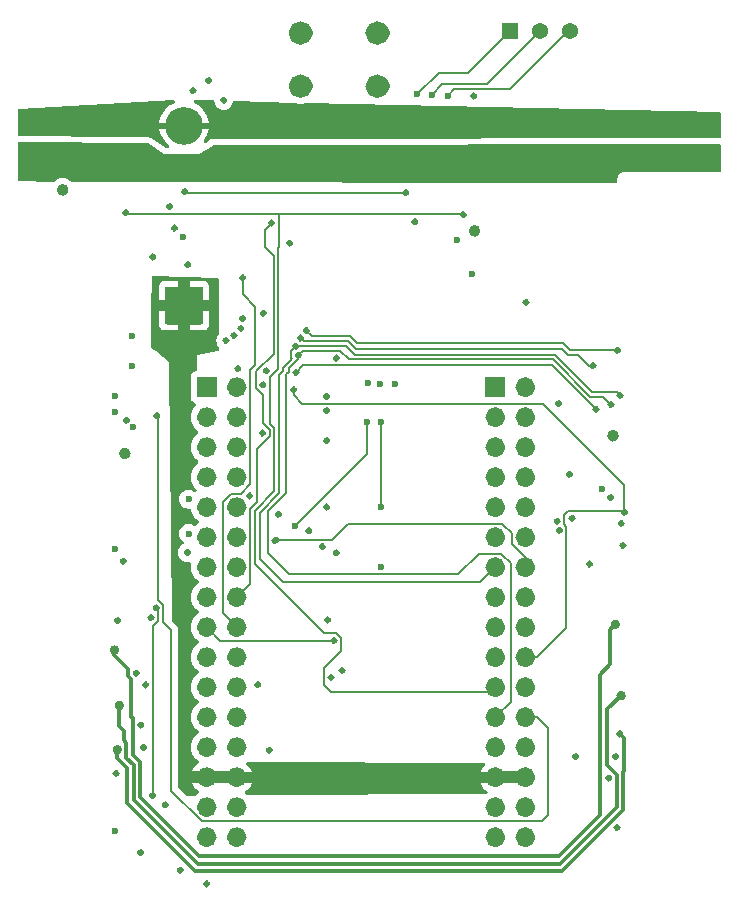
<source format=gbr>
%TF.GenerationSoftware,KiCad,Pcbnew,9.0.5*%
%TF.CreationDate,2025-12-03T10:09:39+00:00*%
%TF.ProjectId,ZX Interface,5a582049-6e74-4657-9266-6163652e6b69,3.2*%
%TF.SameCoordinates,Original*%
%TF.FileFunction,Copper,L2,Inr*%
%TF.FilePolarity,Positive*%
%FSLAX46Y46*%
G04 Gerber Fmt 4.6, Leading zero omitted, Abs format (unit mm)*
G04 Created by KiCad (PCBNEW 9.0.5) date 2025-12-03 10:09:39*
%MOMM*%
%LPD*%
G01*
G04 APERTURE LIST*
G04 Aperture macros list*
%AMRoundRect*
0 Rectangle with rounded corners*
0 $1 Rounding radius*
0 $2 $3 $4 $5 $6 $7 $8 $9 X,Y pos of 4 corners*
0 Add a 4 corners polygon primitive as box body*
4,1,4,$2,$3,$4,$5,$6,$7,$8,$9,$2,$3,0*
0 Add four circle primitives for the rounded corners*
1,1,$1+$1,$2,$3*
1,1,$1+$1,$4,$5*
1,1,$1+$1,$6,$7*
1,1,$1+$1,$8,$9*
0 Add four rect primitives between the rounded corners*
20,1,$1+$1,$2,$3,$4,$5,0*
20,1,$1+$1,$4,$5,$6,$7,0*
20,1,$1+$1,$6,$7,$8,$9,0*
20,1,$1+$1,$8,$9,$2,$3,0*%
G04 Aperture macros list end*
%TA.AperFunction,Conductor*%
%ADD10C,0.300000*%
%TD*%
%TA.AperFunction,Conductor*%
%ADD11C,0.500000*%
%TD*%
%TA.AperFunction,Conductor*%
%ADD12C,0.850000*%
%TD*%
%TA.AperFunction,Conductor*%
%ADD13C,0.000000*%
%TD*%
%TA.AperFunction,Conductor*%
%ADD14C,1.000000*%
%TD*%
%TA.AperFunction,Conductor*%
%ADD15C,0.400000*%
%TD*%
%TA.AperFunction,Conductor*%
%ADD16C,1.600000*%
%TD*%
%TA.AperFunction,ComponentPad*%
%ADD17R,1.370000X1.370000*%
%TD*%
%TA.AperFunction,ComponentPad*%
%ADD18C,1.370000*%
%TD*%
%TA.AperFunction,ComponentPad*%
%ADD19O,2.055000X1.500000*%
%TD*%
%TA.AperFunction,ComponentPad*%
%ADD20RoundRect,0.250000X1.350000X-1.350000X1.350000X1.350000X-1.350000X1.350000X-1.350000X-1.350000X0*%
%TD*%
%TA.AperFunction,ComponentPad*%
%ADD21C,3.200000*%
%TD*%
%TA.AperFunction,ComponentPad*%
%ADD22R,1.530000X1.530000*%
%TD*%
%TA.AperFunction,ComponentPad*%
%ADD23C,1.530000*%
%TD*%
%TA.AperFunction,ViaPad*%
%ADD24C,0.500000*%
%TD*%
%TA.AperFunction,ViaPad*%
%ADD25C,0.600000*%
%TD*%
%TA.AperFunction,Conductor*%
%ADD26C,0.200000*%
%TD*%
%TA.AperFunction,Conductor*%
%ADD27C,0.350000*%
%TD*%
G04 APERTURE END LIST*
%TO.N,DIN18-A9*%
D10*
X90880000Y-137080000D02*
G75*
G02*
X90580000Y-137080000I-150000J0D01*
G01*
X90580000Y-137080000D02*
G75*
G02*
X90880000Y-137080000I150000J0D01*
G01*
%TO.N,GND*%
D11*
X86289310Y-101809310D02*
G75*
G02*
X85789310Y-101809310I-250000J0D01*
G01*
X85789310Y-101809310D02*
G75*
G02*
X86289310Y-101809310I250000J0D01*
G01*
%TO.N,DIN34-{slash}HALT*%
D12*
X120375000Y-119050000D02*
G75*
G02*
X119525000Y-119050000I-425000J0D01*
G01*
X119525000Y-119050000D02*
G75*
G02*
X120375000Y-119050000I425000J0D01*
G01*
%TO.N,DIN5-U-{slash}MTR*%
X95934000Y-106350000D02*
G75*
G02*
X95084000Y-106350000I-425000J0D01*
G01*
X95084000Y-106350000D02*
G75*
G02*
X95934000Y-106350000I425000J0D01*
G01*
%TO.N,DIN35-{slash}NMI*%
X120375000Y-121590000D02*
G75*
G02*
X119525000Y-121590000I-425000J0D01*
G01*
X119525000Y-121590000D02*
G75*
G02*
X120375000Y-121590000I425000J0D01*
G01*
%TO.N,DIN22-A13*%
X93394000Y-101270000D02*
G75*
G02*
X92544000Y-101270000I-425000J0D01*
G01*
X92544000Y-101270000D02*
G75*
G02*
X93394000Y-101270000I425000J0D01*
G01*
D13*
%TA.AperFunction,Conductor*%
%TO.N,DIN24-A15*%
G36*
X93819000Y-97040000D02*
G01*
X92119000Y-97040000D01*
X92119000Y-95340000D01*
X93819000Y-95340000D01*
X93819000Y-97040000D01*
G37*
%TD.AperFunction*%
%TO.N,DIN25-CLOCK*%
D10*
X120150000Y-89000000D02*
G75*
G02*
X119850000Y-89000000I-150000J0D01*
G01*
X119850000Y-89000000D02*
G75*
G02*
X120150000Y-89000000I150000J0D01*
G01*
%TO.N,POWER5V*%
D12*
X93394000Y-129210000D02*
G75*
G02*
X92544000Y-129210000I-425000J0D01*
G01*
X92544000Y-129210000D02*
G75*
G02*
X93394000Y-129210000I425000J0D01*
G01*
%TO.N,DIN45-D7*%
D10*
X109980000Y-79740000D02*
G75*
G02*
X109680000Y-79740000I-150000J0D01*
G01*
X109680000Y-79740000D02*
G75*
G02*
X109980000Y-79740000I150000J0D01*
G01*
%TO.N,DIN41-D3*%
X104078030Y-110218030D02*
G75*
G02*
X103778030Y-110218030I-150000J0D01*
G01*
X103778030Y-110218030D02*
G75*
G02*
X104078030Y-110218030I150000J0D01*
G01*
%TO.N,DIN28-{slash}ROMCS*%
D12*
X120375000Y-103810000D02*
G75*
G02*
X119525000Y-103810000I-425000J0D01*
G01*
X119525000Y-103810000D02*
G75*
G02*
X120375000Y-103810000I425000J0D01*
G01*
%TO.N,DIN48-{slash}M1*%
D10*
X127730000Y-127464740D02*
G75*
G02*
X127430000Y-127464740I-150000J0D01*
G01*
X127430000Y-127464740D02*
G75*
G02*
X127730000Y-127464740I150000J0D01*
G01*
D13*
%TA.AperFunction,Conductor*%
%TO.N,POWER5V*%
G36*
X120450000Y-129586000D02*
G01*
X120430320Y-129653040D01*
X120377510Y-129698790D01*
X120326000Y-129710000D01*
X120015830Y-129710000D01*
X120142990Y-129675930D01*
X120257010Y-129610100D01*
X120350100Y-129517010D01*
X120415930Y-129402990D01*
X120450000Y-129275830D01*
X120450000Y-129586000D01*
G37*
%TD.AperFunction*%
%TO.N,DIN48-{slash}M1*%
D10*
X85460000Y-128898530D02*
G75*
G02*
X85160000Y-128898530I-150000J0D01*
G01*
X85160000Y-128898530D02*
G75*
G02*
X85460000Y-128898530I150000J0D01*
G01*
%TO.N,DIN33-{slash}MREQ*%
X87145000Y-120400000D02*
G75*
G02*
X86845000Y-120400000I-150000J0D01*
G01*
X86845000Y-120400000D02*
G75*
G02*
X87145000Y-120400000I150000J0D01*
G01*
%TO.N,DIN29-{slash}RFRSH*%
X89609000Y-131560000D02*
G75*
G02*
X89309000Y-131560000I-150000J0D01*
G01*
X89309000Y-131560000D02*
G75*
G02*
X89609000Y-131560000I150000J0D01*
G01*
%TO.N,DIN30-{slash}WAIT*%
X85580000Y-115940000D02*
G75*
G02*
X85280000Y-115940000I-150000J0D01*
G01*
X85280000Y-115940000D02*
G75*
G02*
X85580000Y-115940000I150000J0D01*
G01*
%TO.N,GND*%
D14*
X101410000Y-70710000D02*
G75*
G02*
X100410000Y-70710000I-500000J0D01*
G01*
X100410000Y-70710000D02*
G75*
G02*
X101410000Y-70710000I500000J0D01*
G01*
%TO.N,DIN45-D7*%
D10*
X91255240Y-79634770D02*
G75*
G02*
X90955240Y-79634770I-150000J0D01*
G01*
X90955240Y-79634770D02*
G75*
G02*
X91255240Y-79634770I150000J0D01*
G01*
%TO.N,DIN42-D4*%
D12*
X117835000Y-111430000D02*
G75*
G02*
X116985000Y-111430000I-425000J0D01*
G01*
X116985000Y-111430000D02*
G75*
G02*
X117835000Y-111430000I425000J0D01*
G01*
D13*
%TA.AperFunction,Conductor*%
%TO.N,POWER5V*%
G36*
X93861310Y-86956020D02*
G01*
X93927650Y-86977940D01*
X93971610Y-87032250D01*
X93981150Y-87078750D01*
X94025190Y-91622340D01*
X94006160Y-91689570D01*
X93988880Y-91711230D01*
X93964330Y-91735780D01*
X93868350Y-91888520D01*
X93808770Y-92058790D01*
X93788580Y-92238040D01*
X93788580Y-92238050D01*
X93808770Y-92417290D01*
X93808770Y-92417300D01*
X93868350Y-92587570D01*
X93964330Y-92740310D01*
X94000910Y-92776890D01*
X94034390Y-92838210D01*
X94037220Y-92863370D01*
X94038960Y-93043090D01*
X94019930Y-93110320D01*
X93967570Y-93156580D01*
X93934410Y-93166760D01*
X92150000Y-93450000D01*
X92167290Y-94716080D01*
X92148530Y-94783390D01*
X92096350Y-94829860D01*
X92056560Y-94841070D01*
X92011520Y-94845910D01*
X91876670Y-94896200D01*
X91876660Y-94896210D01*
X91761460Y-94982450D01*
X91761450Y-94982460D01*
X91675210Y-95097660D01*
X91675200Y-95097670D01*
X91624910Y-95232520D01*
X91618500Y-95292120D01*
X91618500Y-95292140D01*
X91618500Y-97087870D01*
X91618500Y-97087880D01*
X91624910Y-97147480D01*
X91675200Y-97282330D01*
X91675210Y-97282340D01*
X91761450Y-97397540D01*
X91761460Y-97397550D01*
X91876660Y-97483790D01*
X91876670Y-97483800D01*
X92008080Y-97532810D01*
X92064020Y-97574680D01*
X92088430Y-97640150D01*
X92073580Y-97708420D01*
X92052430Y-97736670D01*
X91930510Y-97858600D01*
X91794970Y-98052170D01*
X91794960Y-98052170D01*
X91695100Y-98266340D01*
X91695090Y-98266340D01*
X91633940Y-98494590D01*
X91633940Y-98494600D01*
X91613340Y-98730000D01*
X91633940Y-98965400D01*
X91633940Y-98965410D01*
X91695090Y-99193660D01*
X91695100Y-99193660D01*
X91699000Y-99202030D01*
X91794970Y-99407830D01*
X91930500Y-99601400D01*
X91930510Y-99601400D01*
X92097600Y-99768490D01*
X92185640Y-99830140D01*
X92229270Y-99884720D01*
X92238510Y-99930030D01*
X92240360Y-100065290D01*
X92221590Y-100132590D01*
X92187490Y-100168560D01*
X92097600Y-100231510D01*
X91930510Y-100398600D01*
X91794970Y-100592170D01*
X91794960Y-100592170D01*
X91695100Y-100806340D01*
X91695090Y-100806340D01*
X91633940Y-101034590D01*
X91633940Y-101034600D01*
X91613340Y-101270000D01*
X91633940Y-101505400D01*
X91633940Y-101505410D01*
X91695090Y-101733660D01*
X91695100Y-101733660D01*
X91699000Y-101742030D01*
X91794970Y-101947830D01*
X91903280Y-102102520D01*
X91930510Y-102141400D01*
X92097600Y-102308500D01*
X92220670Y-102394670D01*
X92264300Y-102449250D01*
X92273540Y-102494550D01*
X92274720Y-102581230D01*
X92255950Y-102648530D01*
X92221860Y-102684500D01*
X92097600Y-102771510D01*
X91930510Y-102938600D01*
X91794970Y-103132170D01*
X91794960Y-103132170D01*
X91695100Y-103346340D01*
X91695090Y-103346340D01*
X91633940Y-103574590D01*
X91633940Y-103574600D01*
X91613340Y-103810000D01*
X91633940Y-104045400D01*
X91633940Y-104045410D01*
X91695090Y-104273660D01*
X91695100Y-104273660D01*
X91699000Y-104282030D01*
X91794970Y-104487830D01*
X91930500Y-104681400D01*
X91930510Y-104681400D01*
X92081650Y-104832550D01*
X92115130Y-104893870D01*
X92110150Y-104963560D01*
X92068280Y-105019490D01*
X92002810Y-105043910D01*
X91934540Y-105029060D01*
X91928000Y-105025220D01*
X91789520Y-104938210D01*
X91619250Y-104878630D01*
X91440000Y-104858440D01*
X91260750Y-104878630D01*
X91090480Y-104938210D01*
X90937740Y-105034180D01*
X90810180Y-105161740D01*
X90714210Y-105314480D01*
X90654630Y-105484750D01*
X90634440Y-105664000D01*
X90654630Y-105843250D01*
X90714210Y-106013520D01*
X90808600Y-106163750D01*
X90810180Y-106166260D01*
X90937740Y-106293820D01*
X91090480Y-106389790D01*
X91258050Y-106448420D01*
X91260750Y-106449370D01*
X91440000Y-106469570D01*
X91495680Y-106463290D01*
X91564500Y-106475350D01*
X91615880Y-106522700D01*
X91633090Y-106575700D01*
X91633940Y-106585400D01*
X91633940Y-106585410D01*
X91695090Y-106813660D01*
X91695100Y-106813660D01*
X91794920Y-107027740D01*
X91794970Y-107027830D01*
X91930500Y-107221400D01*
X91930510Y-107221400D01*
X92097600Y-107388490D01*
X92097600Y-107388500D01*
X92283160Y-107518430D01*
X92326780Y-107573000D01*
X92333980Y-107642500D01*
X92302450Y-107704860D01*
X92283160Y-107721580D01*
X92097600Y-107851510D01*
X92043910Y-107905190D01*
X91982590Y-107938680D01*
X91912890Y-107933690D01*
X91890260Y-107922510D01*
X91789520Y-107859210D01*
X91619250Y-107799630D01*
X91440000Y-107779440D01*
X91260750Y-107799630D01*
X91090480Y-107859210D01*
X90937740Y-107955180D01*
X90810180Y-108082740D01*
X90714210Y-108235480D01*
X90654630Y-108405750D01*
X90634440Y-108585000D01*
X90654630Y-108764250D01*
X90714210Y-108934520D01*
X90810180Y-109087260D01*
X90937740Y-109214820D01*
X90995470Y-109251090D01*
X91041760Y-109303420D01*
X91052400Y-109372480D01*
X91024030Y-109436330D01*
X90995470Y-109461080D01*
X90837740Y-109560180D01*
X90710180Y-109687740D01*
X90614210Y-109840480D01*
X90554630Y-110010750D01*
X90534440Y-110190000D01*
X90554630Y-110369250D01*
X90614210Y-110539520D01*
X90710180Y-110692260D01*
X90837740Y-110819820D01*
X90990480Y-110915790D01*
X91134940Y-110966340D01*
X91160750Y-110975370D01*
X91340000Y-110995570D01*
X91431660Y-110985240D01*
X91517350Y-110975580D01*
X91586170Y-110987640D01*
X91637550Y-111034990D01*
X91655170Y-111102600D01*
X91651000Y-111130890D01*
X91633940Y-111194580D01*
X91633940Y-111194600D01*
X91613340Y-111430000D01*
X91633940Y-111665400D01*
X91633940Y-111665410D01*
X91695090Y-111893660D01*
X91695100Y-111893660D01*
X91794970Y-112107830D01*
X91930500Y-112301400D01*
X91930510Y-112301400D01*
X92097600Y-112468490D01*
X92097600Y-112468500D01*
X92283160Y-112598430D01*
X92326780Y-112653000D01*
X92333980Y-112722500D01*
X92302450Y-112784860D01*
X92283160Y-112801580D01*
X92097600Y-112931510D01*
X91930510Y-113098600D01*
X91794970Y-113292170D01*
X91794960Y-113292170D01*
X91695100Y-113506340D01*
X91695090Y-113506340D01*
X91633940Y-113734590D01*
X91633940Y-113734600D01*
X91613340Y-113970000D01*
X91633940Y-114205400D01*
X91633940Y-114205410D01*
X91695090Y-114433660D01*
X91695100Y-114433660D01*
X91741770Y-114533760D01*
X91794970Y-114647830D01*
X91930500Y-114841400D01*
X91930510Y-114841400D01*
X92097600Y-115008490D01*
X92097600Y-115008500D01*
X92283160Y-115138430D01*
X92326780Y-115193000D01*
X92333980Y-115262500D01*
X92302450Y-115324860D01*
X92283160Y-115341580D01*
X92097600Y-115471510D01*
X91930510Y-115638600D01*
X91794970Y-115832170D01*
X91794960Y-115832170D01*
X91695100Y-116046340D01*
X91695090Y-116046340D01*
X91633940Y-116274590D01*
X91633940Y-116274600D01*
X91613340Y-116510000D01*
X91633940Y-116745400D01*
X91633940Y-116745410D01*
X91695090Y-116973660D01*
X91695100Y-116973660D01*
X91794970Y-117187830D01*
X91930500Y-117381400D01*
X91930510Y-117381400D01*
X92097600Y-117548490D01*
X92097600Y-117548500D01*
X92283160Y-117678430D01*
X92326780Y-117733000D01*
X92333980Y-117802500D01*
X92302450Y-117864860D01*
X92283160Y-117881580D01*
X92097600Y-118011510D01*
X91930510Y-118178600D01*
X91794970Y-118372170D01*
X91794960Y-118372170D01*
X91695100Y-118586340D01*
X91695090Y-118586340D01*
X91633940Y-118814590D01*
X91633940Y-118814600D01*
X91613340Y-119050000D01*
X91633940Y-119285400D01*
X91633940Y-119285410D01*
X91695090Y-119513660D01*
X91695100Y-119513660D01*
X91738750Y-119607280D01*
X91794970Y-119727830D01*
X91930500Y-119921400D01*
X91930510Y-119921400D01*
X92097600Y-120088490D01*
X92097600Y-120088500D01*
X92283160Y-120218430D01*
X92326780Y-120273000D01*
X92333980Y-120342500D01*
X92302450Y-120404860D01*
X92283160Y-120421580D01*
X92097600Y-120551510D01*
X91930510Y-120718600D01*
X91794970Y-120912170D01*
X91794960Y-120912170D01*
X91695100Y-121126340D01*
X91695090Y-121126340D01*
X91633940Y-121354590D01*
X91633940Y-121354600D01*
X91613340Y-121590000D01*
X91633940Y-121825400D01*
X91633940Y-121825410D01*
X91695090Y-122053660D01*
X91695100Y-122053660D01*
X91699000Y-122062030D01*
X91794970Y-122267830D01*
X91930500Y-122461400D01*
X91930510Y-122461400D01*
X92097600Y-122628490D01*
X92097600Y-122628500D01*
X92283160Y-122758430D01*
X92326780Y-122813000D01*
X92333980Y-122882500D01*
X92302450Y-122944860D01*
X92283160Y-122961580D01*
X92097600Y-123091510D01*
X91930510Y-123258600D01*
X91794970Y-123452170D01*
X91794960Y-123452170D01*
X91695100Y-123666340D01*
X91695090Y-123666340D01*
X91633940Y-123894590D01*
X91633940Y-123894600D01*
X91613340Y-124130000D01*
X91633940Y-124365400D01*
X91633940Y-124365410D01*
X91695090Y-124593660D01*
X91695100Y-124593660D01*
X91699000Y-124602030D01*
X91794970Y-124807830D01*
X91903280Y-124962520D01*
X91927760Y-124997480D01*
X91930500Y-125001400D01*
X91930510Y-125001400D01*
X92097600Y-125168490D01*
X92097600Y-125168500D01*
X92283160Y-125298430D01*
X92326780Y-125353000D01*
X92333980Y-125422500D01*
X92302450Y-125484860D01*
X92283160Y-125501580D01*
X92097600Y-125631510D01*
X91930510Y-125798600D01*
X91794970Y-125992170D01*
X91794960Y-125992170D01*
X91695100Y-126206340D01*
X91695090Y-126206340D01*
X91633940Y-126434590D01*
X91633940Y-126434600D01*
X91613340Y-126670000D01*
X91633940Y-126905400D01*
X91633940Y-126905410D01*
X91695090Y-127133660D01*
X91695100Y-127133660D01*
X91758450Y-127269520D01*
X91794970Y-127347830D01*
X91930500Y-127541400D01*
X91930510Y-127541400D01*
X92097600Y-127708490D01*
X92097600Y-127708500D01*
X92283590Y-127838730D01*
X92327220Y-127893310D01*
X92334410Y-127962810D01*
X92302890Y-128025160D01*
X92283600Y-128041880D01*
X92097920Y-128171890D01*
X91930890Y-128338920D01*
X91930890Y-128338930D01*
X91795400Y-128532420D01*
X91712590Y-128710000D01*
X92903170Y-128710000D01*
X92776010Y-128744080D01*
X92661990Y-128809900D01*
X92568900Y-128902990D01*
X92503080Y-129017010D01*
X92469000Y-129144170D01*
X92469000Y-129275830D01*
X92503080Y-129402990D01*
X92568900Y-129517010D01*
X92661990Y-129610100D01*
X92776010Y-129675930D01*
X92903170Y-129710000D01*
X91712590Y-129710000D01*
X91795400Y-129887580D01*
X91930890Y-130081080D01*
X92097920Y-130248110D01*
X92283600Y-130378120D01*
X92327220Y-130432700D01*
X92334410Y-130502200D01*
X92302890Y-130564550D01*
X92283600Y-130581270D01*
X92097590Y-130711510D01*
X92029350Y-130779750D01*
X91968020Y-130813240D01*
X91944090Y-130816050D01*
X91323890Y-130828190D01*
X91256480Y-130809820D01*
X91233790Y-130791900D01*
X90606820Y-130164930D01*
X90573330Y-130103610D01*
X90570500Y-130077250D01*
X90570500Y-116877000D01*
X90570500Y-116876990D01*
X90570500Y-116708890D01*
X90570500Y-116708880D01*
X90529580Y-116556160D01*
X90499440Y-116503950D01*
X90450520Y-116419230D01*
X90338720Y-116307420D01*
X90334390Y-116303090D01*
X90334370Y-116303080D01*
X90063970Y-116032670D01*
X90030480Y-115971350D01*
X90027660Y-115946520D01*
X89760000Y-94070000D01*
X88651140Y-93166760D01*
X88296270Y-92877690D01*
X88256720Y-92820090D01*
X88250590Y-92780330D01*
X88290124Y-88781000D01*
X88959000Y-88781000D01*
X90430940Y-88781000D01*
X90350050Y-88902060D01*
X90289740Y-89047650D01*
X90259000Y-89202210D01*
X90259000Y-89359790D01*
X90289740Y-89514350D01*
X90350050Y-89659940D01*
X90430940Y-89781000D01*
X88959000Y-89781000D01*
X88959000Y-90928840D01*
X88965400Y-90988370D01*
X88965400Y-90988380D01*
X89015650Y-91123090D01*
X89101810Y-91238190D01*
X89216910Y-91324350D01*
X89351620Y-91374600D01*
X89351630Y-91374600D01*
X89411160Y-91381000D01*
X89411170Y-91381000D01*
X90559000Y-91381000D01*
X90559000Y-89909060D01*
X90680060Y-89989950D01*
X90825650Y-90050260D01*
X90980210Y-90081000D01*
X91137790Y-90081000D01*
X91292350Y-90050260D01*
X91437940Y-89989950D01*
X91559000Y-89909060D01*
X91559000Y-91381000D01*
X92706830Y-91381000D01*
X92706840Y-91381000D01*
X92766370Y-91374600D01*
X92766380Y-91374600D01*
X92901090Y-91324350D01*
X93016190Y-91238190D01*
X93102350Y-91123090D01*
X93152600Y-90988380D01*
X93152600Y-90988370D01*
X93159000Y-90928840D01*
X93159000Y-90928830D01*
X93159000Y-89781000D01*
X91687060Y-89781000D01*
X91767950Y-89659940D01*
X91828260Y-89514350D01*
X91859000Y-89359790D01*
X91859000Y-89202210D01*
X91828260Y-89047650D01*
X91767950Y-88902060D01*
X91687060Y-88781000D01*
X93159000Y-88781000D01*
X93159000Y-87633170D01*
X93159000Y-87633160D01*
X93152600Y-87573630D01*
X93152600Y-87573620D01*
X93102350Y-87438910D01*
X93016190Y-87323810D01*
X92901090Y-87237650D01*
X92766380Y-87187400D01*
X92766370Y-87187400D01*
X92706840Y-87181000D01*
X91559000Y-87181000D01*
X91559000Y-88652940D01*
X91437940Y-88572050D01*
X91292350Y-88511740D01*
X91137790Y-88481000D01*
X90980210Y-88481000D01*
X90825650Y-88511740D01*
X90680060Y-88572050D01*
X90559000Y-88652940D01*
X90559000Y-87181000D01*
X89411160Y-87181000D01*
X89351630Y-87187400D01*
X89351620Y-87187400D01*
X89216910Y-87237650D01*
X89101810Y-87323810D01*
X89015650Y-87438910D01*
X88965400Y-87573620D01*
X88965400Y-87573630D01*
X88959000Y-87633160D01*
X88959000Y-88781000D01*
X88290124Y-88781000D01*
X88301470Y-87633160D01*
X88308750Y-86896960D01*
X88329090Y-86830120D01*
X88382350Y-86784880D01*
X88436890Y-86774250D01*
X93861310Y-86956020D01*
G37*
%TD.AperFunction*%
%TO.N,DIN4-V-{slash}DWR*%
D10*
X96750000Y-105400000D02*
G75*
G02*
X96450000Y-105400000I-150000J0D01*
G01*
X96450000Y-105400000D02*
G75*
G02*
X96750000Y-105400000I150000J0D01*
G01*
%TO.N,DIN7-Spare2*%
D12*
X95934000Y-111430000D02*
G75*
G02*
X95084000Y-111430000I-425000J0D01*
G01*
X95084000Y-111430000D02*
G75*
G02*
X95934000Y-111430000I425000J0D01*
G01*
%TO.N,DIN5-U-{slash}MTR*%
D10*
X103277530Y-106343000D02*
G75*
G02*
X102977530Y-106343000I-150000J0D01*
G01*
X102977530Y-106343000D02*
G75*
G02*
X103277530Y-106343000I150000J0D01*
G01*
%TO.N,DIN39-D1*%
X100150000Y-84000000D02*
G75*
G02*
X99850000Y-84000000I-150000J0D01*
G01*
X99850000Y-84000000D02*
G75*
G02*
X100150000Y-84000000I150000J0D01*
G01*
%TO.N,DIN29-{slash}RFRSH*%
D12*
X120375000Y-106350000D02*
G75*
G02*
X119525000Y-106350000I-425000J0D01*
G01*
X119525000Y-106350000D02*
G75*
G02*
X120375000Y-106350000I425000J0D01*
G01*
%TO.N,DIN23-A14*%
D10*
X91525360Y-85839000D02*
G75*
G02*
X91225360Y-85839000I-150000J0D01*
G01*
X91225360Y-85839000D02*
G75*
G02*
X91525360Y-85839000I150000J0D01*
G01*
%TO.N,DIN21-A12*%
X88560000Y-85170000D02*
G75*
G02*
X88260000Y-85170000I-150000J0D01*
G01*
X88260000Y-85170000D02*
G75*
G02*
X88560000Y-85170000I150000J0D01*
G01*
%TO.N,DIN20-A11*%
X87520000Y-135601000D02*
G75*
G02*
X87220000Y-135601000I-150000J0D01*
G01*
X87220000Y-135601000D02*
G75*
G02*
X87520000Y-135601000I150000J0D01*
G01*
%TO.N,DIN3-Y-{slash}DRD*%
X122920000Y-97573000D02*
G75*
G02*
X122620000Y-97573000I-150000J0D01*
G01*
X122620000Y-97573000D02*
G75*
G02*
X122920000Y-97573000I150000J0D01*
G01*
%TO.N,DIN35-{slash}NMI*%
X126090000Y-98070000D02*
G75*
G02*
X125790000Y-98070000I-150000J0D01*
G01*
X125790000Y-98070000D02*
G75*
G02*
X126090000Y-98070000I150000J0D01*
G01*
%TO.N,DIN11-A2*%
X87950000Y-121400000D02*
G75*
G02*
X87650000Y-121400000I-150000J0D01*
G01*
X87650000Y-121400000D02*
G75*
G02*
X87950000Y-121400000I150000J0D01*
G01*
%TO.N,DIN32-{slash}IORQ*%
D12*
X120375000Y-113970000D02*
G75*
G02*
X119525000Y-113970000I-425000J0D01*
G01*
X119525000Y-113970000D02*
G75*
G02*
X120375000Y-113970000I425000J0D01*
G01*
%TO.N,POWER_-5V*%
D15*
X85360000Y-118450000D02*
G75*
G02*
X84960000Y-118450000I-200000J0D01*
G01*
X84960000Y-118450000D02*
G75*
G02*
X85360000Y-118450000I200000J0D01*
G01*
%TO.N,DIN27-{slash}BUSACK*%
D12*
X120375000Y-101270000D02*
G75*
G02*
X119525000Y-101270000I-425000J0D01*
G01*
X119525000Y-101270000D02*
G75*
G02*
X120375000Y-101270000I425000J0D01*
G01*
%TO.N,DIN44-D6*%
X117835000Y-106350000D02*
G75*
G02*
X116985000Y-106350000I-425000J0D01*
G01*
X116985000Y-106350000D02*
G75*
G02*
X117835000Y-106350000I425000J0D01*
G01*
D13*
%TA.AperFunction,Conductor*%
%TO.N,POWER5_VIN*%
G36*
X90239830Y-71890530D02*
G01*
X90288550Y-71940610D01*
X90302460Y-72009080D01*
X90277150Y-72074200D01*
X90228310Y-72112270D01*
X90090610Y-72172080D01*
X89845150Y-72321350D01*
X89845140Y-72321360D01*
X89622290Y-72502660D01*
X89426200Y-72712610D01*
X89260530Y-72947320D01*
X89128360Y-73202400D01*
X89032150Y-73473100D01*
X89032150Y-73473110D01*
X88973700Y-73754380D01*
X88971190Y-73791000D01*
X90296640Y-73791000D01*
X90289740Y-73807650D01*
X90259000Y-73962210D01*
X90259000Y-74119790D01*
X90289740Y-74274350D01*
X90296640Y-74291000D01*
X88971190Y-74291000D01*
X88973700Y-74327620D01*
X89032150Y-74608890D01*
X89032150Y-74608900D01*
X89128360Y-74879600D01*
X89260530Y-75134680D01*
X89426200Y-75369390D01*
X89622290Y-75579340D01*
X89775900Y-75704310D01*
X89815480Y-75761890D01*
X89817650Y-75831730D01*
X89781710Y-75891650D01*
X89719090Y-75922630D01*
X89697640Y-75924500D01*
X89569480Y-75924500D01*
X89504090Y-75905860D01*
X88496580Y-75280510D01*
X88236200Y-75118890D01*
X88110030Y-75062780D01*
X88110010Y-75062770D01*
X88045560Y-75044130D01*
X88045550Y-75044130D01*
X87908910Y-75024250D01*
X85929920Y-75009530D01*
X77089180Y-74943780D01*
X77085800Y-74943750D01*
X77085810Y-74942630D01*
X77022410Y-74927190D01*
X76974240Y-74876590D01*
X76960500Y-74819860D01*
X76960500Y-72754470D01*
X76980190Y-72687430D01*
X77032990Y-72641670D01*
X77077350Y-72630670D01*
X90171770Y-71874740D01*
X90239830Y-71890530D01*
G37*
%TD.AperFunction*%
%TO.N,DIN28-{slash}ROMCS*%
D10*
X127171530Y-129286000D02*
G75*
G02*
X126871530Y-129286000I-150000J0D01*
G01*
X126871530Y-129286000D02*
G75*
G02*
X127171530Y-129286000I150000J0D01*
G01*
%TO.N,DIN17-A8*%
X88833280Y-114883280D02*
G75*
G02*
X88533280Y-114883280I-150000J0D01*
G01*
X88533280Y-114883280D02*
G75*
G02*
X88833280Y-114883280I150000J0D01*
G01*
%TO.N,DIN4-V-{slash}DWR*%
D12*
X95934000Y-103810000D02*
G75*
G02*
X95084000Y-103810000I-425000J0D01*
G01*
X95084000Y-103810000D02*
G75*
G02*
X95934000Y-103810000I425000J0D01*
G01*
%TO.N,DIN48-{slash}M1*%
D10*
X103274000Y-98173000D02*
G75*
G02*
X102974000Y-98173000I-150000J0D01*
G01*
X102974000Y-98173000D02*
G75*
G02*
X103274000Y-98173000I150000J0D01*
G01*
%TO.N,GND*%
D14*
X107910000Y-70710000D02*
G75*
G02*
X106910000Y-70710000I-500000J0D01*
G01*
X106910000Y-70710000D02*
G75*
G02*
X107910000Y-70710000I500000J0D01*
G01*
%TO.N,DIN18-A9*%
D12*
X93394000Y-111430000D02*
G75*
G02*
X92544000Y-111430000I-425000J0D01*
G01*
X92544000Y-111430000D02*
G75*
G02*
X93394000Y-111430000I425000J0D01*
G01*
D13*
%TA.AperFunction,Conductor*%
%TO.N,POWER5_VIN*%
G36*
X93506900Y-71894740D02*
G01*
X93573290Y-71916510D01*
X93617370Y-71970720D01*
X93626240Y-72004790D01*
X93634630Y-72079250D01*
X93694210Y-72249520D01*
X93741870Y-72325370D01*
X93790180Y-72402260D01*
X93917740Y-72529820D01*
X94070480Y-72625790D01*
X94240750Y-72685370D01*
X94420000Y-72705570D01*
X94599250Y-72685370D01*
X94599260Y-72685370D01*
X94769520Y-72625790D01*
X94922260Y-72529820D01*
X95049820Y-72402260D01*
X95145790Y-72249520D01*
X95205370Y-72079260D01*
X95207310Y-72062020D01*
X95234370Y-71997610D01*
X95291970Y-71958050D01*
X95334400Y-71951960D01*
X100346700Y-72108910D01*
X100383070Y-72115560D01*
X100508200Y-72158520D01*
X100540390Y-72169570D01*
X100785670Y-72210500D01*
X101034340Y-72210500D01*
X101279610Y-72169570D01*
X101342110Y-72148120D01*
X101386250Y-72141460D01*
X136399380Y-72862050D01*
X136465770Y-72883820D01*
X136509850Y-72938030D01*
X136519500Y-72985990D01*
X136519500Y-74966770D01*
X136499820Y-75033810D01*
X136447010Y-75079560D01*
X136395960Y-75090770D01*
X136393180Y-75090780D01*
X95579820Y-75196840D01*
X93533770Y-75204370D01*
X93501600Y-75209020D01*
X93483630Y-75210300D01*
X93320000Y-75210000D01*
X93103420Y-75362410D01*
X93098270Y-75365840D01*
X92896220Y-75493450D01*
X92829030Y-75512610D01*
X92762150Y-75492400D01*
X92716810Y-75439230D01*
X92707410Y-75370000D01*
X92728700Y-75317100D01*
X92857470Y-75134680D01*
X92989640Y-74879600D01*
X93085850Y-74608900D01*
X93085850Y-74608890D01*
X93144300Y-74327620D01*
X93146810Y-74291000D01*
X91821360Y-74291000D01*
X91828260Y-74274350D01*
X91859000Y-74119790D01*
X91859000Y-73962210D01*
X91828260Y-73807650D01*
X91821360Y-73791000D01*
X93146810Y-73791000D01*
X93144300Y-73754380D01*
X93085850Y-73473110D01*
X93085850Y-73473100D01*
X92989640Y-73202400D01*
X92857470Y-72947320D01*
X92691800Y-72712610D01*
X92495710Y-72502660D01*
X92272860Y-72321360D01*
X92272850Y-72321350D01*
X92027390Y-72172080D01*
X91921260Y-72125980D01*
X91867610Y-72081220D01*
X91846680Y-72014560D01*
X91865110Y-71947160D01*
X91917060Y-71900430D01*
X91956780Y-71889030D01*
X91989250Y-71885370D01*
X91989260Y-71885370D01*
X92067550Y-71857970D01*
X92112380Y-71851070D01*
X93506900Y-71894740D01*
G37*
%TD.AperFunction*%
%TO.N,DIN30-{slash}WAIT*%
D12*
X120375000Y-108890000D02*
G75*
G02*
X119525000Y-108890000I-425000J0D01*
G01*
X119525000Y-108890000D02*
G75*
G02*
X120375000Y-108890000I425000J0D01*
G01*
%TO.N,DIN6-Spare1*%
X95934000Y-108890000D02*
G75*
G02*
X95084000Y-108890000I-425000J0D01*
G01*
X95084000Y-108890000D02*
G75*
G02*
X95934000Y-108890000I425000J0D01*
G01*
%TO.N,DIN46-{slash}RD*%
D10*
X103274000Y-100720000D02*
G75*
G02*
X102974000Y-100720000I-150000J0D01*
G01*
X102974000Y-100720000D02*
G75*
G02*
X103274000Y-100720000I150000J0D01*
G01*
%TO.N,DIN10-A1*%
X88401700Y-115718580D02*
G75*
G02*
X88101700Y-115718580I-150000J0D01*
G01*
X88101700Y-115718580D02*
G75*
G02*
X88401700Y-115718580I150000J0D01*
G01*
%TO.N,DIN2-VIDEO-OE2*%
X103274000Y-96973000D02*
G75*
G02*
X102974000Y-96973000I-150000J0D01*
G01*
X102974000Y-96973000D02*
G75*
G02*
X103274000Y-96973000I150000J0D01*
G01*
%TO.N,DIN39-D1*%
X90395130Y-82728870D02*
G75*
G02*
X90095130Y-82728870I-150000J0D01*
G01*
X90095130Y-82728870D02*
G75*
G02*
X90395130Y-82728870I150000J0D01*
G01*
%TO.N,DIN26-Spare3*%
D12*
X120375000Y-98730000D02*
G75*
G02*
X119525000Y-98730000I-425000J0D01*
G01*
X119525000Y-98730000D02*
G75*
G02*
X120375000Y-98730000I425000J0D01*
G01*
%TO.N,DIN46-{slash}RD*%
X117835000Y-101270000D02*
G75*
G02*
X116985000Y-101270000I-425000J0D01*
G01*
X116985000Y-101270000D02*
G75*
G02*
X117835000Y-101270000I425000J0D01*
G01*
%TO.N,GND*%
D11*
X127620000Y-100300000D02*
G75*
G02*
X127120000Y-100300000I-250000J0D01*
G01*
X127120000Y-100300000D02*
G75*
G02*
X127620000Y-100300000I250000J0D01*
G01*
%TO.N,DIN2-VIDEO-OE2*%
D10*
X97850000Y-100080000D02*
G75*
G02*
X97550000Y-100080000I-150000J0D01*
G01*
X97550000Y-100080000D02*
G75*
G02*
X97850000Y-100080000I150000J0D01*
G01*
%TO.N,DIN13-A4*%
X98410000Y-126920000D02*
G75*
G02*
X98110000Y-126920000I-150000J0D01*
G01*
X98110000Y-126920000D02*
G75*
G02*
X98410000Y-126920000I150000J0D01*
G01*
%TO.N,DIN12-A3*%
D12*
X95934000Y-124130000D02*
G75*
G02*
X95084000Y-124130000I-425000J0D01*
G01*
X95084000Y-124130000D02*
G75*
G02*
X95934000Y-124130000I425000J0D01*
G01*
%TO.N,DIN10-A1*%
X95934000Y-119050000D02*
G75*
G02*
X95084000Y-119050000I-425000J0D01*
G01*
X95084000Y-119050000D02*
G75*
G02*
X95934000Y-119050000I425000J0D01*
G01*
%TO.N,DIN36-{slash}IORQGE*%
D10*
X104106240Y-93734360D02*
G75*
G02*
X103806240Y-93734360I-150000J0D01*
G01*
X103806240Y-93734360D02*
G75*
G02*
X104106240Y-93734360I150000J0D01*
G01*
%TO.N,DIN20-A11*%
D12*
X93394000Y-106350000D02*
G75*
G02*
X92544000Y-106350000I-425000J0D01*
G01*
X92544000Y-106350000D02*
G75*
G02*
X93394000Y-106350000I425000J0D01*
G01*
%TO.N,DIN12-A3*%
D10*
X87550000Y-124800000D02*
G75*
G02*
X87250000Y-124800000I-150000J0D01*
G01*
X87250000Y-124800000D02*
G75*
G02*
X87550000Y-124800000I150000J0D01*
G01*
%TO.N,DIN37-{slash}INT*%
X127350000Y-97670000D02*
G75*
G02*
X127050000Y-97670000I-150000J0D01*
G01*
X127050000Y-97670000D02*
G75*
G02*
X127350000Y-97670000I150000J0D01*
G01*
%TO.N,POWER_+12V*%
D15*
X128256800Y-122305980D02*
G75*
G02*
X127856800Y-122305980I-200000J0D01*
G01*
X127856800Y-122305980D02*
G75*
G02*
X128256800Y-122305980I200000J0D01*
G01*
%TO.N,GND*%
D12*
X120375000Y-134290000D02*
G75*
G02*
X119525000Y-134290000I-425000J0D01*
G01*
X119525000Y-134290000D02*
G75*
G02*
X120375000Y-134290000I425000J0D01*
G01*
%TO.N,DIN1-NCA4-OE1*%
D10*
X110750000Y-82200000D02*
G75*
G02*
X110450000Y-82200000I-150000J0D01*
G01*
X110450000Y-82200000D02*
G75*
G02*
X110750000Y-82200000I150000J0D01*
G01*
%TO.N,DIN22-A13*%
X93280000Y-70231000D02*
G75*
G02*
X92980000Y-70231000I-150000J0D01*
G01*
X92980000Y-70231000D02*
G75*
G02*
X93280000Y-70231000I150000J0D01*
G01*
%TO.N,DIN14-A5*%
D12*
X93394000Y-121590000D02*
G75*
G02*
X92544000Y-121590000I-425000J0D01*
G01*
X92544000Y-121590000D02*
G75*
G02*
X93394000Y-121590000I425000J0D01*
G01*
%TO.N,GND*%
X95934000Y-134290000D02*
G75*
G02*
X95084000Y-134290000I-425000J0D01*
G01*
X95084000Y-134290000D02*
G75*
G02*
X95934000Y-134290000I425000J0D01*
G01*
%TO.N,unconnected-(J2-Pad25)*%
X117835000Y-126670000D02*
G75*
G02*
X116985000Y-126670000I-425000J0D01*
G01*
X116985000Y-126670000D02*
G75*
G02*
X117835000Y-126670000I425000J0D01*
G01*
%TO.N,DIN8-{slash}RESET*%
D14*
X107910000Y-66210000D02*
G75*
G02*
X106910000Y-66210000I-500000J0D01*
G01*
X106910000Y-66210000D02*
G75*
G02*
X107910000Y-66210000I500000J0D01*
G01*
%TO.N,POWER5_VIN*%
D16*
X91859000Y-74041000D02*
G75*
G02*
X90259000Y-74041000I-800000J0D01*
G01*
X90259000Y-74041000D02*
G75*
G02*
X91859000Y-74041000I800000J0D01*
G01*
%TO.N,DIN43-D5*%
D12*
X117835000Y-108890000D02*
G75*
G02*
X116985000Y-108890000I-425000J0D01*
G01*
X116985000Y-108890000D02*
G75*
G02*
X117835000Y-108890000I425000J0D01*
G01*
%TO.N,DIN44-D6*%
D10*
X96160000Y-90389000D02*
G75*
G02*
X95860000Y-90389000I-150000J0D01*
G01*
X95860000Y-90389000D02*
G75*
G02*
X96160000Y-90389000I150000J0D01*
G01*
%TO.N,DIN32-{slash}IORQ*%
X128350000Y-109601000D02*
G75*
G02*
X128050000Y-109601000I-150000J0D01*
G01*
X128050000Y-109601000D02*
G75*
G02*
X128350000Y-109601000I150000J0D01*
G01*
D13*
%TA.AperFunction,Conductor*%
%TO.N,POWER_+9V*%
G36*
X87905150Y-75529740D02*
G01*
X87969610Y-75548380D01*
X88230000Y-75710000D01*
X89390000Y-76430000D01*
X92360000Y-76430000D01*
X93469880Y-75729030D01*
X93535630Y-75709870D01*
X136395040Y-75596280D01*
X136462160Y-75615710D01*
X136508100Y-75668350D01*
X136519500Y-75720270D01*
X136519500Y-77835500D01*
X136499820Y-77902540D01*
X136447010Y-77948290D01*
X136395500Y-77959500D01*
X128273470Y-77959500D01*
X128143730Y-77989110D01*
X128023850Y-78046840D01*
X128023840Y-78046850D01*
X127919810Y-78129810D01*
X127836850Y-78233840D01*
X127836840Y-78233850D01*
X127779110Y-78353730D01*
X127749500Y-78483470D01*
X127749500Y-78793000D01*
X127729820Y-78860040D01*
X127677010Y-78905790D01*
X127625010Y-78917000D01*
X81539450Y-78782960D01*
X81472490Y-78763010D01*
X81461270Y-78754820D01*
X81454020Y-78748870D01*
X81385350Y-78692510D01*
X81338540Y-78654090D01*
X81338530Y-78654090D01*
X81164730Y-78561190D01*
X80976130Y-78503980D01*
X80780000Y-78484660D01*
X80583870Y-78503980D01*
X80395270Y-78561190D01*
X80221470Y-78654090D01*
X80221460Y-78654090D01*
X80105970Y-78748870D01*
X80041660Y-78776180D01*
X80026820Y-78777010D01*
X77084010Y-78765440D01*
X77017050Y-78745490D01*
X76971500Y-78692510D01*
X76960500Y-78641440D01*
X76960500Y-75573260D01*
X76980190Y-75506220D01*
X77032990Y-75460470D01*
X77085420Y-75449260D01*
X87905150Y-75529740D01*
G37*
%TD.AperFunction*%
%TO.N,DIN39-D1*%
D10*
X97880000Y-96005000D02*
G75*
G02*
X97580000Y-96005000I-150000J0D01*
G01*
X97580000Y-96005000D02*
G75*
G02*
X97880000Y-96005000I150000J0D01*
G01*
%TO.N,DIN40-D2*%
X101772225Y-108365925D02*
G75*
G02*
X101472225Y-108365925I-150000J0D01*
G01*
X101472225Y-108365925D02*
G75*
G02*
X101772225Y-108365925I150000J0D01*
G01*
%TO.N,DIN42-D4*%
X94744140Y-92238040D02*
G75*
G02*
X94444140Y-92238040I-150000J0D01*
G01*
X94444140Y-92238040D02*
G75*
G02*
X94744140Y-92238040I150000J0D01*
G01*
%TO.N,DIN30-{slash}WAIT*%
X125535500Y-111172500D02*
G75*
G02*
X125235500Y-111172500I-150000J0D01*
G01*
X125235500Y-111172500D02*
G75*
G02*
X125535500Y-111172500I150000J0D01*
G01*
%TO.N,POWER_+12V*%
D15*
X85780000Y-123140000D02*
G75*
G02*
X85380000Y-123140000I-200000J0D01*
G01*
X85380000Y-123140000D02*
G75*
G02*
X85780000Y-123140000I200000J0D01*
G01*
%TO.N,DIN38-D0*%
D10*
X114840000Y-81590000D02*
G75*
G02*
X114540000Y-81590000I-150000J0D01*
G01*
X114540000Y-81590000D02*
G75*
G02*
X114840000Y-81590000I150000J0D01*
G01*
%TO.N,DIN48-{slash}M1*%
X123838230Y-103575000D02*
G75*
G02*
X123538230Y-103575000I-150000J0D01*
G01*
X123538230Y-103575000D02*
G75*
G02*
X123838230Y-103575000I150000J0D01*
G01*
%TO.N,DIN15-A6*%
D12*
X93394000Y-119050000D02*
G75*
G02*
X92544000Y-119050000I-425000J0D01*
G01*
X92544000Y-119050000D02*
G75*
G02*
X93394000Y-119050000I425000J0D01*
G01*
%TO.N,DIN31-{slash}BUSRQ*%
X120375000Y-111430000D02*
G75*
G02*
X119525000Y-111430000I-425000J0D01*
G01*
X119525000Y-111430000D02*
G75*
G02*
X120375000Y-111430000I425000J0D01*
G01*
%TO.N,DIN41-D3*%
D10*
X95420000Y-91810000D02*
G75*
G02*
X95120000Y-91810000I-150000J0D01*
G01*
X95120000Y-91810000D02*
G75*
G02*
X95420000Y-91810000I150000J0D01*
G01*
%TO.N,DIN35-{slash}NMI*%
X86325300Y-99002330D02*
G75*
G02*
X86025300Y-99002330I-150000J0D01*
G01*
X86025300Y-99002330D02*
G75*
G02*
X86325300Y-99002330I150000J0D01*
G01*
%TO.N,DIN19-A10*%
D12*
X93394000Y-108890000D02*
G75*
G02*
X92544000Y-108890000I-425000J0D01*
G01*
X92544000Y-108890000D02*
G75*
G02*
X93394000Y-108890000I425000J0D01*
G01*
%TO.N,DIN41-D3*%
D10*
X101061040Y-92034290D02*
G75*
G02*
X100761040Y-92034290I-150000J0D01*
G01*
X100761040Y-92034290D02*
G75*
G02*
X101061040Y-92034290I150000J0D01*
G01*
%TO.N,DIN47-{slash}WR*%
X86045270Y-110914270D02*
G75*
G02*
X85745270Y-110914270I-150000J0D01*
G01*
X85745270Y-110914270D02*
G75*
G02*
X86045270Y-110914270I150000J0D01*
G01*
%TO.N,DIN33-{slash}MREQ*%
X124053000Y-107280000D02*
G75*
G02*
X123753000Y-107280000I-150000J0D01*
G01*
X123753000Y-107280000D02*
G75*
G02*
X124053000Y-107280000I150000J0D01*
G01*
%TO.N,POWER5V*%
D12*
X117835000Y-129210000D02*
G75*
G02*
X116985000Y-129210000I-425000J0D01*
G01*
X116985000Y-129210000D02*
G75*
G02*
X117835000Y-129210000I425000J0D01*
G01*
%TO.N,DIN40-D2*%
D10*
X95765000Y-94638040D02*
G75*
G02*
X95465000Y-94638040I-150000J0D01*
G01*
X95465000Y-94638040D02*
G75*
G02*
X95765000Y-94638040I150000J0D01*
G01*
%TO.N,DIN34-{slash}HALT*%
X100474000Y-96410000D02*
G75*
G02*
X100174000Y-96410000I-150000J0D01*
G01*
X100174000Y-96410000D02*
G75*
G02*
X100474000Y-96410000I150000J0D01*
G01*
%TO.N,unconnected-(J2-Pad29)*%
D12*
X117835000Y-131750000D02*
G75*
G02*
X116985000Y-131750000I-425000J0D01*
G01*
X116985000Y-131750000D02*
G75*
G02*
X117835000Y-131750000I425000J0D01*
G01*
%TO.N,DIN15-A6*%
D10*
X104583000Y-120193000D02*
G75*
G02*
X104283000Y-120193000I-150000J0D01*
G01*
X104283000Y-120193000D02*
G75*
G02*
X104583000Y-120193000I150000J0D01*
G01*
%TO.N,POWER_+9V*%
D11*
X114400000Y-77090000D02*
G75*
G02*
X113900000Y-77090000I-250000J0D01*
G01*
X113900000Y-77090000D02*
G75*
G02*
X114400000Y-77090000I250000J0D01*
G01*
%TO.N,DIN47-{slash}WR*%
D12*
X117835000Y-98730000D02*
G75*
G02*
X116985000Y-98730000I-425000J0D01*
G01*
X116985000Y-98730000D02*
G75*
G02*
X117835000Y-98730000I425000J0D01*
G01*
%TO.N,DIN2-VIDEO-OE2*%
X95934000Y-98730000D02*
G75*
G02*
X95084000Y-98730000I-425000J0D01*
G01*
X95084000Y-98730000D02*
G75*
G02*
X95934000Y-98730000I425000J0D01*
G01*
%TO.N,DIN21-A12*%
D10*
X115730000Y-71540000D02*
G75*
G02*
X115430000Y-71540000I-150000J0D01*
G01*
X115430000Y-71540000D02*
G75*
G02*
X115730000Y-71540000I150000J0D01*
G01*
%TO.N,DIN37-{slash}INT*%
X103360000Y-115903000D02*
G75*
G02*
X103060000Y-115903000I-150000J0D01*
G01*
X103060000Y-115903000D02*
G75*
G02*
X103360000Y-115903000I150000J0D01*
G01*
D13*
%TA.AperFunction,Conductor*%
%TO.N,POWER5V*%
G36*
X92659000Y-90881000D02*
G01*
X89459000Y-90881000D01*
X89459000Y-87681000D01*
X92659000Y-87681000D01*
X92659000Y-90881000D01*
G37*
%TD.AperFunction*%
%TO.N,DIN45-D7*%
D12*
X117835000Y-103810000D02*
G75*
G02*
X116985000Y-103810000I-425000J0D01*
G01*
X116985000Y-103810000D02*
G75*
G02*
X117835000Y-103810000I425000J0D01*
G01*
%TO.N,DIN23-A14*%
X93394000Y-98730000D02*
G75*
G02*
X92544000Y-98730000I-425000J0D01*
G01*
X92544000Y-98730000D02*
G75*
G02*
X93394000Y-98730000I425000J0D01*
G01*
%TO.N,DIN17-A8*%
D10*
X93106880Y-138236780D02*
G75*
G02*
X92806880Y-138236780I-150000J0D01*
G01*
X92806880Y-138236780D02*
G75*
G02*
X93106880Y-138236780I150000J0D01*
G01*
%TO.N,DIN8-{slash}RESET*%
D14*
X101410000Y-66210000D02*
G75*
G02*
X100410000Y-66210000I-500000J0D01*
G01*
X100410000Y-66210000D02*
G75*
G02*
X101410000Y-66210000I500000J0D01*
G01*
%TO.N,DIN4-V-{slash}DWR*%
D10*
X122786760Y-107530000D02*
G75*
G02*
X122486760Y-107530000I-150000J0D01*
G01*
X122486760Y-107530000D02*
G75*
G02*
X122786760Y-107530000I150000J0D01*
G01*
%TO.N,DIN13-A4*%
D12*
X93394000Y-124130000D02*
G75*
G02*
X92544000Y-124130000I-425000J0D01*
G01*
X92544000Y-124130000D02*
G75*
G02*
X93394000Y-124130000I425000J0D01*
G01*
%TO.N,DIN36-{slash}IORQGE*%
X120375000Y-124130000D02*
G75*
G02*
X119525000Y-124130000I-425000J0D01*
G01*
X119525000Y-124130000D02*
G75*
G02*
X120375000Y-124130000I425000J0D01*
G01*
%TO.N,POWER_+9V*%
D11*
X86690000Y-77730000D02*
G75*
G02*
X86190000Y-77730000I-250000J0D01*
G01*
X86190000Y-77730000D02*
G75*
G02*
X86690000Y-77730000I250000J0D01*
G01*
%TO.N,DIN38-D0*%
D10*
X86280000Y-81430000D02*
G75*
G02*
X85980000Y-81430000I-150000J0D01*
G01*
X85980000Y-81430000D02*
G75*
G02*
X86280000Y-81430000I150000J0D01*
G01*
%TO.N,DIN16-A7*%
D12*
X93394000Y-116510000D02*
G75*
G02*
X92544000Y-116510000I-425000J0D01*
G01*
X92544000Y-116510000D02*
G75*
G02*
X93394000Y-116510000I425000J0D01*
G01*
%TO.N,DIN11-A2*%
X95934000Y-121590000D02*
G75*
G02*
X95084000Y-121590000I-425000J0D01*
G01*
X95084000Y-121590000D02*
G75*
G02*
X95934000Y-121590000I425000J0D01*
G01*
%TO.N,DIN40-D2*%
X117835000Y-116510000D02*
G75*
G02*
X116985000Y-116510000I-425000J0D01*
G01*
X116985000Y-116510000D02*
G75*
G02*
X117835000Y-116510000I425000J0D01*
G01*
%TO.N,DIN39-D1*%
X117835000Y-119050000D02*
G75*
G02*
X116985000Y-119050000I-425000J0D01*
G01*
X116985000Y-119050000D02*
G75*
G02*
X117835000Y-119050000I425000J0D01*
G01*
%TO.N,DIN32-{slash}IORQ*%
D10*
X87780000Y-126692120D02*
G75*
G02*
X87480000Y-126692120I-150000J0D01*
G01*
X87480000Y-126692120D02*
G75*
G02*
X87780000Y-126692120I150000J0D01*
G01*
%TO.N,DIN16-A7*%
X103890000Y-117653000D02*
G75*
G02*
X103590000Y-117653000I-150000J0D01*
G01*
X103590000Y-117653000D02*
G75*
G02*
X103890000Y-117653000I150000J0D01*
G01*
%TO.N,DIN43-D5*%
X101555000Y-91405000D02*
G75*
G02*
X101255000Y-91405000I-150000J0D01*
G01*
X101255000Y-91405000D02*
G75*
G02*
X101555000Y-91405000I150000J0D01*
G01*
%TO.N,DIN29-{slash}RFRSH*%
X124350000Y-127464740D02*
G75*
G02*
X124050000Y-127464740I-150000J0D01*
G01*
X124050000Y-127464740D02*
G75*
G02*
X124350000Y-127464740I150000J0D01*
G01*
%TO.N,DIN32-{slash}IORQ*%
X122983940Y-108326990D02*
G75*
G02*
X122683940Y-108326990I-150000J0D01*
G01*
X122683940Y-108326990D02*
G75*
G02*
X122983940Y-108326990I150000J0D01*
G01*
%TO.N,DIN37-{slash}INT*%
X100874000Y-93500000D02*
G75*
G02*
X100574000Y-93500000I-150000J0D01*
G01*
X100574000Y-93500000D02*
G75*
G02*
X100874000Y-93500000I150000J0D01*
G01*
%TO.N,GND*%
D11*
X81030000Y-79490000D02*
G75*
G02*
X80530000Y-79490000I-250000J0D01*
G01*
X80530000Y-79490000D02*
G75*
G02*
X81030000Y-79490000I250000J0D01*
G01*
%TO.N,POWER_-5V*%
D15*
X127780000Y-116270000D02*
G75*
G02*
X127380000Y-116270000I-200000J0D01*
G01*
X127380000Y-116270000D02*
G75*
G02*
X127780000Y-116270000I200000J0D01*
G01*
%TO.N,DIN1-NCA4-OE1*%
D10*
X89977340Y-80896870D02*
G75*
G02*
X89677340Y-80896870I-150000J0D01*
G01*
X89677340Y-80896870D02*
G75*
G02*
X89977340Y-80896870I150000J0D01*
G01*
%TO.N,GND*%
D12*
X93394000Y-134290000D02*
G75*
G02*
X92544000Y-134290000I-425000J0D01*
G01*
X92544000Y-134290000D02*
G75*
G02*
X93394000Y-134290000I425000J0D01*
G01*
D13*
%TA.AperFunction,Conductor*%
%TO.N,POWER5V*%
G36*
X95316010Y-128744080D02*
G01*
X95201990Y-128809900D01*
X95108900Y-128902990D01*
X95043080Y-129017010D01*
X95009000Y-129144170D01*
X95009000Y-129275830D01*
X95043080Y-129402990D01*
X95108900Y-129517010D01*
X95201990Y-129610100D01*
X95316010Y-129675930D01*
X95443170Y-129710000D01*
X93034830Y-129710000D01*
X93161990Y-129675930D01*
X93276010Y-129610100D01*
X93369100Y-129517010D01*
X93434930Y-129402990D01*
X93469000Y-129275830D01*
X93469000Y-129144170D01*
X93434930Y-129017010D01*
X93369100Y-128902990D01*
X93276010Y-128809900D01*
X93161990Y-128744080D01*
X93034830Y-128710000D01*
X95443170Y-128710000D01*
X95316010Y-128744080D01*
G37*
%TD.AperFunction*%
%TO.N,DIN39-D1*%
D10*
X99200000Y-106960000D02*
G75*
G02*
X98900000Y-106960000I-150000J0D01*
G01*
X98900000Y-106960000D02*
G75*
G02*
X99200000Y-106960000I150000J0D01*
G01*
%TO.N,DIN34-{slash}HALT*%
X128490000Y-106800000D02*
G75*
G02*
X128190000Y-106800000I-150000J0D01*
G01*
X128190000Y-106800000D02*
G75*
G02*
X128490000Y-106800000I150000J0D01*
G01*
%TO.N,DIN43-D5*%
X96010000Y-91205000D02*
G75*
G02*
X95710000Y-91205000I-150000J0D01*
G01*
X95710000Y-91205000D02*
G75*
G02*
X96010000Y-91205000I150000J0D01*
G01*
%TO.N,DIN17-A8*%
X88535740Y-130764270D02*
G75*
G02*
X88235740Y-130764270I-150000J0D01*
G01*
X88235740Y-130764270D02*
G75*
G02*
X88535740Y-130764270I150000J0D01*
G01*
D13*
%TA.AperFunction,Conductor*%
%TO.N,POWER5V*%
G36*
X116527350Y-128021025D02*
G01*
X116516240Y-128041475D01*
X116561390Y-128094795D01*
X116570540Y-128164065D01*
X116540800Y-128227285D01*
X116535700Y-128232705D01*
X116402750Y-128365655D01*
X116267260Y-128559145D01*
X116184450Y-128736725D01*
X117375030Y-128736725D01*
X117247870Y-128770805D01*
X117133850Y-128836625D01*
X117040760Y-128929715D01*
X116974940Y-129043735D01*
X116940860Y-129170895D01*
X116940860Y-129302555D01*
X116974940Y-129429715D01*
X117040760Y-129543735D01*
X117133850Y-129636825D01*
X117247870Y-129702655D01*
X117375030Y-129736725D01*
X116184450Y-129736725D01*
X116267260Y-129914305D01*
X116402750Y-130107805D01*
X116569780Y-130274835D01*
X116704750Y-130369335D01*
X116748370Y-130423915D01*
X116755570Y-130493415D01*
X116724040Y-130555765D01*
X116663810Y-130591185D01*
X116636050Y-130594895D01*
X96476260Y-130754645D01*
X96408850Y-130736275D01*
X96402720Y-130732255D01*
X96225270Y-130607995D01*
X96181640Y-130553415D01*
X96174450Y-130483915D01*
X96205970Y-130421565D01*
X96225270Y-130404845D01*
X96410940Y-130274835D01*
X96577970Y-130107805D01*
X96713460Y-129914305D01*
X96796270Y-129736725D01*
X95605690Y-129736725D01*
X95732850Y-129702655D01*
X95846870Y-129636825D01*
X95939960Y-129543735D01*
X96005790Y-129429715D01*
X96039860Y-129302555D01*
X96039860Y-129170895D01*
X96005790Y-129043735D01*
X95939960Y-128929715D01*
X95846870Y-128836625D01*
X95732850Y-128770805D01*
X95605690Y-128736725D01*
X96796270Y-128736725D01*
X96713460Y-128559145D01*
X96577970Y-128365655D01*
X96577970Y-128365645D01*
X96410940Y-128198615D01*
X96348950Y-128155215D01*
X96305330Y-128100635D01*
X96298130Y-128031135D01*
X96329660Y-127968785D01*
X96389890Y-127933365D01*
X96421470Y-127929645D01*
X116527350Y-128021025D01*
G37*
%TD.AperFunction*%
%TO.N,DIN36-{slash}IORQGE*%
D10*
X98165000Y-94805000D02*
G75*
G02*
X97865000Y-94805000I-150000J0D01*
G01*
X97865000Y-94805000D02*
G75*
G02*
X98165000Y-94805000I150000J0D01*
G01*
%TO.N,DIN41-D3*%
X125830000Y-94380000D02*
G75*
G02*
X125530000Y-94380000I-150000J0D01*
G01*
X125530000Y-94380000D02*
G75*
G02*
X125830000Y-94380000I150000J0D01*
G01*
%TO.N,unconnected-(J1-Pad26)*%
D12*
X95934000Y-126670000D02*
G75*
G02*
X95084000Y-126670000I-425000J0D01*
G01*
X95084000Y-126670000D02*
G75*
G02*
X95934000Y-126670000I425000J0D01*
G01*
%TO.N,DIN45-D7*%
D10*
X97910110Y-89936510D02*
G75*
G02*
X97610110Y-89936510I-150000J0D01*
G01*
X97610110Y-89936510D02*
G75*
G02*
X97910110Y-89936510I150000J0D01*
G01*
%TO.N,DIN33-{slash}MREQ*%
X128218080Y-107741920D02*
G75*
G02*
X127918080Y-107741920I-150000J0D01*
G01*
X127918080Y-107741920D02*
G75*
G02*
X128218080Y-107741920I150000J0D01*
G01*
%TO.N,unconnected-(J2-Pad26)*%
D12*
X120375000Y-126670000D02*
G75*
G02*
X119525000Y-126670000I-425000J0D01*
G01*
X119525000Y-126670000D02*
G75*
G02*
X120375000Y-126670000I425000J0D01*
G01*
%TO.N,DIN41-D3*%
X117835000Y-113970000D02*
G75*
G02*
X116985000Y-113970000I-425000J0D01*
G01*
X116985000Y-113970000D02*
G75*
G02*
X117835000Y-113970000I425000J0D01*
G01*
%TO.N,POWER_12VAC*%
D10*
X128080000Y-125540000D02*
G75*
G02*
X127780000Y-125540000I-150000J0D01*
G01*
X127780000Y-125540000D02*
G75*
G02*
X128080000Y-125540000I150000J0D01*
G01*
D13*
%TA.AperFunction,Conductor*%
%TO.N,POWER5V*%
G36*
X120393040Y-128729690D02*
G01*
X120438790Y-128782490D01*
X120450000Y-128834000D01*
X120450000Y-129144170D01*
X120415930Y-129017010D01*
X120350100Y-128902990D01*
X120257010Y-128809900D01*
X120142990Y-128744080D01*
X120015830Y-128710000D01*
X120326000Y-128710000D01*
X120393040Y-128729690D01*
G37*
%TD.AperFunction*%
%TO.N,DIN22-A13*%
D10*
X91960000Y-71100000D02*
G75*
G02*
X91660000Y-71100000I-150000J0D01*
G01*
X91660000Y-71100000D02*
G75*
G02*
X91960000Y-71100000I150000J0D01*
G01*
%TO.N,DIN31-{slash}BUSRQ*%
X91490000Y-110190000D02*
G75*
G02*
X91190000Y-110190000I-150000J0D01*
G01*
X91190000Y-110190000D02*
G75*
G02*
X91490000Y-110190000I150000J0D01*
G01*
%TO.N,DIN21-A12*%
X94570000Y-71900000D02*
G75*
G02*
X94270000Y-71900000I-150000J0D01*
G01*
X94270000Y-71900000D02*
G75*
G02*
X94570000Y-71900000I150000J0D01*
G01*
%TO.N,DIN14-A5*%
X103650000Y-120770000D02*
G75*
G02*
X103350000Y-120770000I-150000J0D01*
G01*
X103350000Y-120770000D02*
G75*
G02*
X103650000Y-120770000I150000J0D01*
G01*
%TO.N,unconnected-(J2-Pad30)*%
D12*
X120375000Y-131750000D02*
G75*
G02*
X119525000Y-131750000I-425000J0D01*
G01*
X119525000Y-131750000D02*
G75*
G02*
X120375000Y-131750000I425000J0D01*
G01*
%TO.N,unconnected-(J1-Pad25)*%
X93394000Y-126670000D02*
G75*
G02*
X92544000Y-126670000I-425000J0D01*
G01*
X92544000Y-126670000D02*
G75*
G02*
X93394000Y-126670000I425000J0D01*
G01*
%TO.N,DIN35-{slash}NMI*%
D10*
X102909000Y-109690000D02*
G75*
G02*
X102609000Y-109690000I-150000J0D01*
G01*
X102609000Y-109690000D02*
G75*
G02*
X102909000Y-109690000I150000J0D01*
G01*
%TO.N,DIN43-D5*%
X127890000Y-93080000D02*
G75*
G02*
X127590000Y-93080000I-150000J0D01*
G01*
X127590000Y-93080000D02*
G75*
G02*
X127890000Y-93080000I150000J0D01*
G01*
%TO.N,DIN3-Y-{slash}DRD*%
D12*
X95934000Y-101270000D02*
G75*
G02*
X95084000Y-101270000I-425000J0D01*
G01*
X95084000Y-101270000D02*
G75*
G02*
X95934000Y-101270000I425000J0D01*
G01*
%TO.N,GND*%
D11*
X115900000Y-82960000D02*
G75*
G02*
X115400000Y-82960000I-250000J0D01*
G01*
X115400000Y-82960000D02*
G75*
G02*
X115900000Y-82960000I250000J0D01*
G01*
%TO.N,DIN42-D4*%
D10*
X128121000Y-96901000D02*
G75*
G02*
X127821000Y-96901000I-150000J0D01*
G01*
X127821000Y-96901000D02*
G75*
G02*
X128121000Y-96901000I150000J0D01*
G01*
%TO.N,POWER5V*%
D12*
X95934000Y-129210000D02*
G75*
G02*
X95084000Y-129210000I-425000J0D01*
G01*
X95084000Y-129210000D02*
G75*
G02*
X95934000Y-129210000I425000J0D01*
G01*
D13*
%TA.AperFunction,Conductor*%
G36*
X119757010Y-128744080D02*
G01*
X119642990Y-128809900D01*
X119549900Y-128902990D01*
X119484080Y-129017010D01*
X119450000Y-129144170D01*
X119450000Y-129275830D01*
X119484080Y-129402990D01*
X119549900Y-129517010D01*
X119642990Y-129610100D01*
X119757010Y-129675930D01*
X119884170Y-129710000D01*
X117475830Y-129710000D01*
X117602990Y-129675930D01*
X117717010Y-129610100D01*
X117810100Y-129517010D01*
X117875930Y-129402990D01*
X117910000Y-129275830D01*
X117910000Y-129144170D01*
X117875930Y-129017010D01*
X117810100Y-128902990D01*
X117717010Y-128809900D01*
X117602990Y-128744080D01*
X117475830Y-128710000D01*
X119884170Y-128710000D01*
X119757010Y-128744080D01*
G37*
%TD.AperFunction*%
%TO.N,DIN36-{slash}IORQGE*%
D10*
X88891000Y-98612420D02*
G75*
G02*
X88591000Y-98612420I-150000J0D01*
G01*
X88591000Y-98612420D02*
G75*
G02*
X88891000Y-98612420I150000J0D01*
G01*
%TO.N,GND*%
D12*
X117835000Y-134290000D02*
G75*
G02*
X116985000Y-134290000I-425000J0D01*
G01*
X116985000Y-134290000D02*
G75*
G02*
X117835000Y-134290000I425000J0D01*
G01*
%TO.N,unconnected-(J1-Pad30)*%
X95934000Y-131750000D02*
G75*
G02*
X95084000Y-131750000I-425000J0D01*
G01*
X95084000Y-131750000D02*
G75*
G02*
X95934000Y-131750000I425000J0D01*
G01*
%TO.N,POWER5V*%
X120375000Y-129210000D02*
G75*
G02*
X119525000Y-129210000I-425000J0D01*
G01*
X119525000Y-129210000D02*
G75*
G02*
X120375000Y-129210000I425000J0D01*
G01*
%TO.N,DIN8-{slash}RESET*%
X95934000Y-113970000D02*
G75*
G02*
X95084000Y-113970000I-425000J0D01*
G01*
X95084000Y-113970000D02*
G75*
G02*
X95934000Y-113970000I425000J0D01*
G01*
%TO.N,POWER5_VIN*%
D11*
X113030000Y-74030000D02*
G75*
G02*
X112530000Y-74030000I-250000J0D01*
G01*
X112530000Y-74030000D02*
G75*
G02*
X113030000Y-74030000I250000J0D01*
G01*
%TO.N,DIN31-{slash}BUSRQ*%
D10*
X98899010Y-109194775D02*
G75*
G02*
X98599010Y-109194775I-150000J0D01*
G01*
X98599010Y-109194775D02*
G75*
G02*
X98899010Y-109194775I150000J0D01*
G01*
%TO.N,DIN8-{slash}RESET*%
X98610000Y-82290000D02*
G75*
G02*
X98310000Y-82290000I-150000J0D01*
G01*
X98310000Y-82290000D02*
G75*
G02*
X98610000Y-82290000I150000J0D01*
G01*
%TO.N,DIN33-{slash}MREQ*%
D12*
X120375000Y-116510000D02*
G75*
G02*
X119525000Y-116510000I-425000J0D01*
G01*
X119525000Y-116510000D02*
G75*
G02*
X120375000Y-116510000I425000J0D01*
G01*
%TO.N,DIN42-D4*%
D10*
X100663100Y-92728300D02*
G75*
G02*
X100363100Y-92728300I-150000J0D01*
G01*
X100363100Y-92728300D02*
G75*
G02*
X100663100Y-92728300I150000J0D01*
G01*
%TO.N,DIN25-CLOCK*%
D12*
X120375000Y-96190000D02*
G75*
G02*
X119525000Y-96190000I-425000J0D01*
G01*
X119525000Y-96190000D02*
G75*
G02*
X120375000Y-96190000I425000J0D01*
G01*
%TO.N,DIN38-D0*%
X117835000Y-121590000D02*
G75*
G02*
X116985000Y-121590000I-425000J0D01*
G01*
X116985000Y-121590000D02*
G75*
G02*
X117835000Y-121590000I425000J0D01*
G01*
%TO.N,unconnected-(J1-Pad29)*%
X93394000Y-131750000D02*
G75*
G02*
X92544000Y-131750000I-425000J0D01*
G01*
X92544000Y-131750000D02*
G75*
G02*
X93394000Y-131750000I425000J0D01*
G01*
%TO.N,DIN37-{slash}INT*%
X117835000Y-124130000D02*
G75*
G02*
X116985000Y-124130000I-425000J0D01*
G01*
X116985000Y-124130000D02*
G75*
G02*
X117835000Y-124130000I425000J0D01*
G01*
D13*
%TA.AperFunction,Conductor*%
%TO.N,DIN48-{slash}M1*%
G36*
X118260000Y-97040000D02*
G01*
X116560000Y-97040000D01*
X116560000Y-95340000D01*
X118260000Y-95340000D01*
X118260000Y-97040000D01*
G37*
%TD.AperFunction*%
%TO.N,POWER_12VAC*%
D15*
X85600000Y-126890000D02*
G75*
G02*
X85200000Y-126890000I-200000J0D01*
G01*
X85200000Y-126890000D02*
G75*
G02*
X85600000Y-126890000I200000J0D01*
G01*
%TO.N,DIN27-{slash}BUSACK*%
D10*
X127855120Y-133485120D02*
G75*
G02*
X127555120Y-133485120I-150000J0D01*
G01*
X127555120Y-133485120D02*
G75*
G02*
X127855120Y-133485120I150000J0D01*
G01*
%TO.N,DIN35-{slash}NMI*%
X100674000Y-94950000D02*
G75*
G02*
X100374000Y-94950000I-150000J0D01*
G01*
X100374000Y-94950000D02*
G75*
G02*
X100674000Y-94950000I150000J0D01*
G01*
%TO.N,DIN33-{slash}MREQ*%
X97440000Y-121390000D02*
G75*
G02*
X97140000Y-121390000I-150000J0D01*
G01*
X97140000Y-121390000D02*
G75*
G02*
X97440000Y-121390000I150000J0D01*
G01*
%TO.N,DIN21-A12*%
D12*
X93394000Y-103810000D02*
G75*
G02*
X92544000Y-103810000I-425000J0D01*
G01*
X92544000Y-103810000D02*
G75*
G02*
X93394000Y-103810000I425000J0D01*
G01*
%TO.N,DIN9-A0*%
X95934000Y-116510000D02*
G75*
G02*
X95084000Y-116510000I-425000J0D01*
G01*
X95084000Y-116510000D02*
G75*
G02*
X95934000Y-116510000I425000J0D01*
G01*
%TO.N,DIN17-A8*%
X93394000Y-113970000D02*
G75*
G02*
X92544000Y-113970000I-425000J0D01*
G01*
X92544000Y-113970000D02*
G75*
G02*
X93394000Y-113970000I425000J0D01*
G01*
%TO.N,DIN1-NCA4-OE1*%
X95934000Y-96190000D02*
G75*
G02*
X95084000Y-96190000I-425000J0D01*
G01*
X95084000Y-96190000D02*
G75*
G02*
X95934000Y-96190000I425000J0D01*
G01*
%TO.N,DIN9-A0*%
D10*
X96162000Y-86940000D02*
G75*
G02*
X95862000Y-86940000I-150000J0D01*
G01*
X95862000Y-86940000D02*
G75*
G02*
X96162000Y-86940000I150000J0D01*
G01*
%TO.N,DIN46-{slash}RD*%
X127315910Y-105532840D02*
G75*
G02*
X127015910Y-105532840I-150000J0D01*
G01*
X127015910Y-105532840D02*
G75*
G02*
X127315910Y-105532840I150000J0D01*
G01*
%TD*%
D17*
%TO.N,DIN6-Spare1*%
%TO.C,J3*%
X118649750Y-66068575D03*
D18*
%TO.N,DIN7-Spare2*%
X121189750Y-66068575D03*
%TO.N,DIN26-Spare3*%
X123729750Y-66068575D03*
%TD*%
D19*
%TO.N,DIN8-{slash}RESET*%
%TO.C,S1*%
X100939965Y-66196650D03*
X107439965Y-66196650D03*
%TO.N,GND*%
X100939965Y-70696650D03*
X107439965Y-70696650D03*
%TD*%
D20*
%TO.N,POWER5V*%
%TO.C,D1*%
X91059000Y-89281000D03*
D21*
%TO.N,POWER5_VIN*%
X91059000Y-74041000D03*
%TD*%
D22*
%TO.N,DIN24-A15*%
%TO.C,J1*%
X92969000Y-96190000D03*
D23*
%TO.N,DIN1-NCA4-OE1*%
X95509000Y-96190000D03*
%TO.N,DIN23-A14*%
X92969000Y-98730000D03*
%TO.N,DIN2-VIDEO-OE2*%
X95509000Y-98730000D03*
%TO.N,DIN22-A13*%
X92969000Y-101270000D03*
%TO.N,DIN3-Y-{slash}DRD*%
X95509000Y-101270000D03*
%TO.N,DIN21-A12*%
X92969000Y-103810000D03*
%TO.N,DIN4-V-{slash}DWR*%
X95509000Y-103810000D03*
%TO.N,DIN20-A11*%
X92969000Y-106350000D03*
%TO.N,DIN5-U-{slash}MTR*%
X95509000Y-106350000D03*
%TO.N,DIN19-A10*%
X92969000Y-108890000D03*
%TO.N,DIN6-Spare1*%
X95509000Y-108890000D03*
%TO.N,DIN18-A9*%
X92969000Y-111430000D03*
%TO.N,DIN7-Spare2*%
X95509000Y-111430000D03*
%TO.N,DIN17-A8*%
X92969000Y-113970000D03*
%TO.N,DIN8-{slash}RESET*%
X95509000Y-113970000D03*
%TO.N,DIN16-A7*%
X92969000Y-116510000D03*
%TO.N,DIN9-A0*%
X95509000Y-116510000D03*
%TO.N,DIN15-A6*%
X92969000Y-119050000D03*
%TO.N,DIN10-A1*%
X95509000Y-119050000D03*
%TO.N,DIN14-A5*%
X92969000Y-121590000D03*
%TO.N,DIN11-A2*%
X95509000Y-121590000D03*
%TO.N,DIN13-A4*%
X92969000Y-124130000D03*
%TO.N,DIN12-A3*%
X95509000Y-124130000D03*
%TO.N,unconnected-(J1-Pad25)*%
X92969000Y-126670000D03*
%TO.N,unconnected-(J1-Pad26)*%
X95509000Y-126670000D03*
%TO.N,POWER5V*%
X92969000Y-129210000D03*
X95509000Y-129210000D03*
%TO.N,unconnected-(J1-Pad29)*%
X92969000Y-131750000D03*
%TO.N,unconnected-(J1-Pad30)*%
X95509000Y-131750000D03*
%TO.N,GND*%
X92969000Y-134290000D03*
X95509000Y-134290000D03*
%TD*%
D22*
%TO.N,DIN48-{slash}M1*%
%TO.C,J2*%
X117410000Y-96189800D03*
D23*
%TO.N,DIN25-CLOCK*%
X119950000Y-96189800D03*
%TO.N,DIN47-{slash}WR*%
X117410000Y-98729800D03*
%TO.N,DIN26-Spare3*%
X119950000Y-98729800D03*
%TO.N,DIN46-{slash}RD*%
X117410000Y-101269800D03*
%TO.N,DIN27-{slash}BUSACK*%
X119950000Y-101269800D03*
%TO.N,DIN45-D7*%
X117410000Y-103809800D03*
%TO.N,DIN28-{slash}ROMCS*%
X119950000Y-103809800D03*
%TO.N,DIN44-D6*%
X117410000Y-106349800D03*
%TO.N,DIN29-{slash}RFRSH*%
X119950000Y-106349800D03*
%TO.N,DIN43-D5*%
X117410000Y-108889800D03*
%TO.N,DIN30-{slash}WAIT*%
X119950000Y-108889800D03*
%TO.N,DIN42-D4*%
X117410000Y-111429800D03*
%TO.N,DIN31-{slash}BUSRQ*%
X119950000Y-111429800D03*
%TO.N,DIN41-D3*%
X117410000Y-113969800D03*
%TO.N,DIN32-{slash}IORQ*%
X119950000Y-113969800D03*
%TO.N,DIN40-D2*%
X117410000Y-116509800D03*
%TO.N,DIN33-{slash}MREQ*%
X119950000Y-116509800D03*
%TO.N,DIN39-D1*%
X117410000Y-119049800D03*
%TO.N,DIN34-{slash}HALT*%
X119950000Y-119049800D03*
%TO.N,DIN38-D0*%
X117410000Y-121589800D03*
%TO.N,DIN35-{slash}NMI*%
X119950000Y-121589800D03*
%TO.N,DIN37-{slash}INT*%
X117410000Y-124129800D03*
%TO.N,DIN36-{slash}IORQGE*%
X119950000Y-124129800D03*
%TO.N,unconnected-(J2-Pad25)*%
X117410000Y-126669800D03*
%TO.N,unconnected-(J2-Pad26)*%
X119950000Y-126669800D03*
%TO.N,POWER5V*%
X117410000Y-129209800D03*
X119950000Y-129209800D03*
%TO.N,unconnected-(J2-Pad29)*%
X117410000Y-131749800D03*
%TO.N,unconnected-(J2-Pad30)*%
X119950000Y-131749800D03*
%TO.N,GND*%
X117410000Y-134289800D03*
X119950000Y-134289800D03*
%TD*%
D24*
%TO.N,POWER5_VIN*%
X112781080Y-74030840D03*
%TO.N,DIN8-{slash}RESET*%
X98460560Y-82290920D03*
%TO.N,DIN13-A4*%
X98259900Y-126921260D03*
%TO.N,DIN15-A6*%
X104432100Y-120192800D03*
%TO.N,DIN18-A9*%
X90728800Y-137081260D03*
%TO.N,DIN2-VIDEO-OE2*%
X103124000Y-96972120D03*
X97701100Y-100081080D03*
%TO.N,DIN11-A2*%
X87800180Y-121399300D03*
D25*
X86614000Y-94361000D03*
D24*
%TO.N,DIN22-A13*%
X93129100Y-70231000D03*
X91810840Y-71099680D03*
%TO.N,DIN9-A0*%
X96012000Y-86939120D03*
%TO.N,DIN4-V-{slash}DWR*%
X122637320Y-107530900D03*
X96598740Y-105399840D03*
%TO.N,DIN3-Y-{slash}DRD*%
X122769400Y-97574100D03*
D25*
%TO.N,DIN6-Spare1*%
X106514900Y-99123500D03*
X110782100Y-71399400D03*
X100409375Y-107950000D03*
X106619675Y-95843725D03*
D24*
%TO.N,DIN20-A11*%
X87370920Y-135600440D03*
%TO.N,GND*%
X127369340Y-100299520D03*
X80779620Y-79489300D03*
X86039960Y-101808280D03*
X115648740Y-82958940D03*
%TO.N,DIN1-NCA4-OE1*%
X89827100Y-80896460D03*
X110599220Y-82199480D03*
%TO.N,DIN17-A8*%
X88684100Y-114884200D03*
X88386920Y-130764280D03*
X92956380Y-138236960D03*
D25*
X85217000Y-133731000D03*
%TO.N,DIN7-Spare2*%
X107715050Y-106346625D03*
X107734100Y-99126675D03*
X112026700Y-71418450D03*
X107664250Y-95881825D03*
X107734100Y-111413925D03*
D24*
%TO.N,DIN14-A5*%
X103499920Y-120769380D03*
%TO.N,DIN5-U-{slash}MTR*%
X103126540Y-106342180D03*
%TO.N,DIN12-A3*%
X87398860Y-124800360D03*
D25*
X85217000Y-96901000D03*
D24*
%TO.N,DIN23-A14*%
X91376500Y-85839300D03*
%TO.N,DIN16-A7*%
X103741220Y-117652800D03*
%TO.N,DIN21-A12*%
X115580160Y-71539100D03*
X94419420Y-71899780D03*
X88409780Y-85168740D03*
D25*
%TO.N,DIN10-A1*%
X86614000Y-91821000D03*
D24*
X88252300Y-115717320D03*
%TO.N,DIN40-D2*%
X95615760Y-94637860D03*
D25*
X90932000Y-83439000D03*
D24*
X101622225Y-108365925D03*
D25*
X115443000Y-86614000D03*
D24*
%TO.N,DIN37-{slash}INT*%
X127199160Y-97670620D03*
D25*
X85217000Y-98298000D03*
D24*
X103210360Y-115902740D03*
X100723700Y-93499940D03*
%TO.N,DIN38-D0*%
X86128860Y-81429860D03*
X114691160Y-81589880D03*
%TO.N,DIN35-{slash}NMI*%
X100523040Y-94950280D03*
X102758240Y-109689900D03*
X86174580Y-99001580D03*
X125939320Y-98069400D03*
%TO.N,DIN28-{slash}ROMCS*%
X127021360Y-129286000D03*
%TO.N,DIN47-{slash}WR*%
X85895180Y-110914180D03*
D25*
X91440000Y-108585000D03*
D24*
%TO.N,DIN29-{slash}RFRSH*%
X89458800Y-131559300D03*
X124199420Y-127464820D03*
%TO.N,DIN32-{slash}IORQ*%
X122832900Y-108325920D03*
X128199920Y-109601000D03*
X87630000Y-126692660D03*
%TO.N,DIN43-D5*%
X101404420Y-91404440D03*
X95859600Y-91203780D03*
X127740180Y-93080840D03*
%TO.N,DIN33-{slash}MREQ*%
X128067840Y-107741720D03*
X123902240Y-107279440D03*
X86995000Y-120401080D03*
X97289620Y-121389140D03*
%TO.N,DIN39-D1*%
X100000000Y-84000000D03*
X97729040Y-96004380D03*
X99049840Y-106959400D03*
X90246200Y-82727800D03*
D25*
X114150775Y-83718400D03*
D24*
%TO.N,DIN41-D3*%
X100911660Y-92034360D03*
X103929180Y-110218220D03*
X125680240Y-94378780D03*
X95270320Y-91810840D03*
%TO.N,DIN36-{slash}IORQGE*%
X88739980Y-98612960D03*
X103957120Y-93733620D03*
X98016060Y-94805500D03*
%TO.N,DIN34-{slash}HALT*%
X128339620Y-106799380D03*
X100324920Y-96410780D03*
D25*
X86741000Y-99568000D03*
D24*
%TO.N,DIN48-{slash}M1*%
X123688880Y-103576120D03*
X127580160Y-127464820D03*
X85310980Y-128897380D03*
X103124000Y-98173540D03*
%TO.N,DIN45-D7*%
X97759520Y-89936320D03*
X91104720Y-79634080D03*
X109829600Y-79740760D03*
%TO.N,DIN30-{slash}WAIT*%
X125385600Y-111173260D03*
X85430360Y-115940840D03*
%TO.N,DIN27-{slash}BUSACK*%
X127704620Y-133484620D03*
%TO.N,DIN42-D4*%
X94594680Y-92237560D03*
X100512880Y-92727780D03*
X127971320Y-96901000D03*
%TO.N,DIN46-{slash}RD*%
X103124000Y-100721160D03*
D25*
X91440000Y-105664000D03*
X85217000Y-109855000D03*
D24*
X127166140Y-105531920D03*
D25*
%TO.N,DIN26-Spare3*%
X108892975Y-95885000D03*
X113379250Y-71504175D03*
D24*
%TO.N,DIN25-CLOCK*%
X120000000Y-89000000D03*
D25*
%TO.N,DIN44-D6*%
X126427000Y-104775000D03*
D24*
X96009460Y-90388440D03*
%TO.N,POWER_+12V*%
X128057680Y-122306080D03*
X85580220Y-123139200D03*
%TO.N,DIN31-{slash}BUSRQ*%
X98930460Y-109090460D03*
X91340940Y-110190280D03*
%TO.N,POWER_-5V*%
X85161120Y-118450360D03*
X127580160Y-116271040D03*
%TO.N,POWER_12VAC*%
X85399880Y-126890780D03*
X127930680Y-125539500D03*
%TO.N,POWER_+9V*%
X114150140Y-77089000D03*
X86438740Y-77729080D03*
%TD*%
D26*
%TO.N,DIN8-{slash}RESET*%
X96659000Y-106495310D02*
X96659000Y-112813000D01*
X97130000Y-96253530D02*
X97730000Y-96853530D01*
X96659000Y-112813000D02*
X95509000Y-113963000D01*
X98300000Y-100328530D02*
X97210000Y-101418530D01*
X98630000Y-85058530D02*
X98630000Y-93341480D01*
X97730000Y-96853530D02*
X97730000Y-99261470D01*
X97130000Y-94841480D02*
X97130000Y-96253530D01*
X97885000Y-84313530D02*
X98630000Y-85058530D01*
X97210000Y-101418530D02*
X97210000Y-105944310D01*
X97730000Y-99261470D02*
X98300000Y-99831470D01*
X98460000Y-82290000D02*
X97885000Y-82865000D01*
X97885000Y-82865000D02*
X97885000Y-84313530D01*
X97210000Y-105944310D02*
X96659000Y-106495310D01*
X98630000Y-93341480D02*
X97130000Y-94841480D01*
X98300000Y-99831470D02*
X98300000Y-100328530D01*
%TO.N,DIN9-A0*%
X96659000Y-104401000D02*
X95867000Y-105193000D01*
X97070000Y-89380000D02*
X97070000Y-94335790D01*
X96012000Y-88322000D02*
X97070000Y-89380000D01*
X96659000Y-94746790D02*
X96659000Y-104401000D01*
X95032650Y-105193000D02*
X94350000Y-105875650D01*
X94350000Y-115344000D02*
X95509000Y-116503000D01*
X95867000Y-105193000D02*
X95032650Y-105193000D01*
X96012000Y-86940000D02*
X96012000Y-88322000D01*
X94350000Y-105875650D02*
X94350000Y-115344000D01*
X97070000Y-94335790D02*
X96659000Y-94746790D01*
%TO.N,DIN6-Spare1*%
X118649750Y-66068575D02*
X115122325Y-69596000D01*
X110801150Y-71399400D02*
X110782100Y-71399400D01*
X115122325Y-69596000D02*
X112604550Y-69596000D01*
X106514900Y-99123500D02*
X106514900Y-101844475D01*
X106514900Y-101844475D02*
X100409375Y-107950000D01*
X112604550Y-69596000D02*
X110801150Y-71399400D01*
%TO.N,DIN17-A8*%
X88400000Y-130750000D02*
X88400000Y-116418810D01*
X88385740Y-130764270D02*
X88400000Y-130750000D01*
X88851700Y-115051700D02*
X88683280Y-114883280D01*
X88400000Y-116418810D02*
X88851700Y-115967110D01*
X88851700Y-115967110D02*
X88851700Y-115051700D01*
%TO.N,DIN7-Spare2*%
X112907150Y-70538000D02*
X112026700Y-71418450D01*
X121189750Y-66068575D02*
X116720325Y-70538000D01*
X116720325Y-70538000D02*
X112907150Y-70538000D01*
X107734100Y-99126675D02*
X107734100Y-106327575D01*
X107734100Y-106327575D02*
X107715050Y-106346625D01*
%TO.N,DIN16-A7*%
X95985350Y-117660000D02*
X94126000Y-117660000D01*
X103740000Y-117653000D02*
X95992350Y-117653000D01*
X95992350Y-117653000D02*
X95985350Y-117660000D01*
X94126000Y-117660000D02*
X92969000Y-116503000D01*
%TO.N,DIN37-{slash}INT*%
X98160000Y-110270000D02*
X98475700Y-110585700D01*
X99724000Y-95100000D02*
X99724000Y-105127370D01*
X125445690Y-97010000D02*
X122269640Y-93833950D01*
X105000425Y-93833950D02*
X104270175Y-93103700D01*
X104270175Y-93103700D02*
X101120300Y-93103700D01*
X98495300Y-110585700D02*
X99926775Y-112017175D01*
X99724000Y-105127370D02*
X98160000Y-106691370D01*
X99924000Y-94596220D02*
X99924000Y-94900000D01*
X116005425Y-110280000D02*
X117886350Y-110280000D01*
X98475700Y-110585700D02*
X98495300Y-110585700D01*
X127200000Y-97670000D02*
X126540000Y-97010000D01*
X114268250Y-112017175D02*
X116005425Y-110280000D01*
X98160000Y-106691370D02*
X98160000Y-110270000D01*
X99926775Y-112017175D02*
X114268250Y-112017175D01*
X101120300Y-93103700D02*
X100724000Y-93500000D01*
X118700000Y-111093650D02*
X118700000Y-122840000D01*
X117886350Y-110280000D02*
X118700000Y-111093650D01*
X118700000Y-122840000D02*
X117410000Y-124130000D01*
X126540000Y-97010000D02*
X125445690Y-97010000D01*
X99924000Y-94900000D02*
X99724000Y-95100000D01*
X100724000Y-93500000D02*
X100724000Y-93796220D01*
X100724000Y-93796220D02*
X99924000Y-94596220D01*
X122269640Y-93833950D02*
X105000425Y-93833950D01*
%TO.N,DIN38-D0*%
X86230000Y-81530000D02*
X86130000Y-81430000D01*
X102870000Y-119963650D02*
X102870000Y-121380000D01*
X99085000Y-84313530D02*
X99030000Y-84368530D01*
X104340000Y-118493650D02*
X102870000Y-119963650D01*
X102911320Y-117000000D02*
X103935530Y-117000000D01*
X97059000Y-111147690D02*
X102911320Y-117000000D01*
X99020000Y-81530000D02*
X99085000Y-81595000D01*
X98370000Y-99335790D02*
X98700000Y-99665790D01*
X98700000Y-105020000D02*
X97059000Y-106661000D01*
X116988000Y-122012000D02*
X117410000Y-121590000D01*
X99030000Y-94638540D02*
X98370000Y-95298540D01*
X103502000Y-122012000D02*
X116988000Y-122012000D01*
X102870000Y-121380000D02*
X103502000Y-122012000D01*
X98700000Y-99665790D02*
X98700000Y-105020000D01*
X104340000Y-117404470D02*
X104340000Y-118493650D01*
X97059000Y-106661000D02*
X97059000Y-111147690D01*
X103935530Y-117000000D02*
X104340000Y-117404470D01*
X99030000Y-84368530D02*
X99030000Y-94638540D01*
X114690000Y-81590000D02*
X114630000Y-81530000D01*
X99085000Y-81595000D02*
X99085000Y-84313530D01*
X114630000Y-81530000D02*
X99020000Y-81530000D01*
X98370000Y-95298540D02*
X98370000Y-99335790D01*
X99020000Y-81530000D02*
X86230000Y-81530000D01*
%TO.N,DIN35-{slash}NMI*%
X101139640Y-94334360D02*
X122204360Y-94334360D01*
X100524000Y-94950000D02*
X101139640Y-94334360D01*
X122204360Y-94334360D02*
X125940000Y-98070000D01*
%TO.N,DIN43-D5*%
X101895300Y-91895300D02*
X101405000Y-91405000D01*
X123142770Y-92481400D02*
X105721875Y-92481400D01*
X124607100Y-93080000D02*
X124606100Y-93079000D01*
X124606100Y-93079000D02*
X123741785Y-93079000D01*
X123625123Y-92962343D02*
X123216255Y-92553475D01*
X123214845Y-92553475D02*
X123142770Y-92481400D01*
X105721875Y-92481400D02*
X105135775Y-91895300D01*
X123741785Y-93079000D02*
X123625123Y-92962343D01*
X123216255Y-92553475D02*
X123214845Y-92553475D01*
X127740000Y-93080000D02*
X124607100Y-93080000D01*
X105135775Y-91895300D02*
X101895300Y-91895300D01*
%TO.N,DIN41-D3*%
X123575690Y-93480000D02*
X124440000Y-93480000D01*
X105627850Y-92954475D02*
X123050155Y-92954475D01*
X125340000Y-94380000D02*
X125680000Y-94380000D01*
X123050155Y-92954475D02*
X123341370Y-93245690D01*
X101173050Y-92296300D02*
X104969675Y-92296300D01*
X123341370Y-93245690D02*
X123575690Y-93480000D01*
X124440000Y-93480000D02*
X125340000Y-94380000D01*
X100911040Y-92034290D02*
X101173050Y-92296300D01*
X104969675Y-92296300D02*
X105627850Y-92954475D01*
%TO.N,DIN36-{slash}IORQGE*%
X88890000Y-114241470D02*
X89283280Y-114634750D01*
X89970000Y-130377350D02*
X92552650Y-132960000D01*
X119957000Y-124123000D02*
X119950000Y-124130000D01*
X121910000Y-125067000D02*
X120966000Y-124123000D01*
X89970000Y-116787940D02*
X89970000Y-130377350D01*
X88890000Y-98761420D02*
X88890000Y-114241470D01*
X89283280Y-114634750D02*
X89283280Y-116101220D01*
X92552650Y-132960000D02*
X121375350Y-132960000D01*
X121910000Y-132425350D02*
X121910000Y-125067000D01*
X120966000Y-124123000D02*
X119957000Y-124123000D01*
X121375350Y-132960000D02*
X121910000Y-132425350D01*
X88741000Y-98612420D02*
X88890000Y-98761420D01*
X89283280Y-116101220D02*
X89970000Y-116787940D01*
%TO.N,DIN34-{slash}HALT*%
X101013000Y-97573000D02*
X121442350Y-97573000D01*
X128220000Y-106680000D02*
X123588230Y-106680000D01*
X128340000Y-104470650D02*
X128340000Y-106800000D01*
X123588230Y-106680000D02*
X123236760Y-107031470D01*
X123236760Y-107031470D02*
X123236760Y-107796760D01*
X123433940Y-116575060D02*
X120966000Y-119043000D01*
X123433940Y-107993940D02*
X123433940Y-116575060D01*
X100324000Y-96884000D02*
X101013000Y-97573000D01*
X100324000Y-96410000D02*
X100324000Y-96884000D01*
X128340000Y-106800000D02*
X128220000Y-106680000D01*
X121442350Y-97573000D02*
X128340000Y-104470650D01*
X120966000Y-119043000D02*
X119957000Y-119043000D01*
X123236760Y-107796760D02*
X123433940Y-107993940D01*
X119957000Y-119043000D02*
X119950000Y-119050000D01*
%TO.N,DIN45-D7*%
X109830000Y-79740000D02*
X91210470Y-79740000D01*
X91210470Y-79740000D02*
X91105240Y-79634770D01*
%TO.N,DIN42-D4*%
X99430000Y-94804220D02*
X99100000Y-95134220D01*
X116140200Y-112699800D02*
X117410000Y-111430000D01*
X100124000Y-93748530D02*
X100165000Y-93789530D01*
X100544100Y-92697300D02*
X100124000Y-93117400D01*
X99459800Y-112699800D02*
X116140200Y-112699800D01*
X97459000Y-106826690D02*
X97459000Y-110699000D01*
X100165000Y-93789530D02*
X99430000Y-94524530D01*
X104803575Y-92697300D02*
X100544100Y-92697300D01*
X99430000Y-94524530D02*
X99430000Y-94804220D01*
X105533825Y-93427550D02*
X104803575Y-92697300D01*
X97459000Y-110699000D02*
X99459800Y-112699800D01*
X99100000Y-95134220D02*
X99100000Y-105185690D01*
X99100000Y-105185690D02*
X97459000Y-106826690D01*
X122428921Y-93427550D02*
X105533825Y-93427550D01*
X125611371Y-96610000D02*
X122428921Y-93427550D01*
X127680000Y-96610000D02*
X125611371Y-96610000D01*
X100124000Y-93117400D02*
X100124000Y-93748530D01*
X127971000Y-96901000D02*
X127680000Y-96610000D01*
%TO.N,DIN26-Spare3*%
X113944425Y-70939000D02*
X113379250Y-71504175D01*
X123729750Y-66068575D02*
X123561475Y-66068575D01*
X123561475Y-66068575D02*
X118691050Y-70939000D01*
X118691050Y-70939000D02*
X113944425Y-70939000D01*
D27*
%TO.N,POWER_+12V*%
X127696530Y-131761290D02*
X122867820Y-136590000D01*
X85930000Y-126071780D02*
X85930000Y-125262410D01*
X86175000Y-126316780D02*
X85930000Y-126071780D01*
X92223650Y-136590000D02*
X86780000Y-131146350D01*
X86780000Y-128162460D02*
X86175000Y-127557460D01*
X86780000Y-131146350D02*
X86780000Y-128162460D01*
X128056800Y-122305980D02*
X126905000Y-123457770D01*
X127696530Y-129006410D02*
X127696530Y-131761290D01*
X126905000Y-128214880D02*
X127696530Y-129006410D01*
X86175000Y-127557460D02*
X86175000Y-126316780D01*
X126905000Y-123457770D02*
X126905000Y-128214880D01*
X85930000Y-125262410D02*
X85580000Y-124912410D01*
X122867820Y-136590000D02*
X92223650Y-136590000D01*
X85580000Y-124912410D02*
X85580000Y-123140000D01*
D26*
%TO.N,DIN31-{slash}BUSRQ*%
X119976000Y-110650310D02*
X119976000Y-111404000D01*
X98930000Y-109090000D02*
X103583650Y-109090000D01*
X118800000Y-109474310D02*
X119976000Y-110650310D01*
X104933650Y-107740000D02*
X117970000Y-107740000D01*
X117970000Y-107740000D02*
X118800000Y-108570000D01*
X118800000Y-108570000D02*
X118800000Y-109474310D01*
X103583650Y-109090000D02*
X104933650Y-107740000D01*
D27*
%TO.N,POWER_-5V*%
X126230000Y-132450000D02*
X122780000Y-135900000D01*
X92311470Y-135900000D02*
X87330000Y-130918530D01*
X126230000Y-120540000D02*
X126230000Y-132450000D01*
X87330000Y-130918530D02*
X87330000Y-127934650D01*
X127120000Y-116730000D02*
X127120000Y-119650000D01*
X86320000Y-120040000D02*
X85160000Y-118880000D01*
X122780000Y-135900000D02*
X92311470Y-135900000D01*
X87330000Y-127934650D02*
X86725000Y-127329650D01*
X86725000Y-124230410D02*
X86570000Y-124075410D01*
X127580000Y-116270000D02*
X127120000Y-116730000D01*
X86725000Y-127329650D02*
X86725000Y-124230410D01*
X86570000Y-124075410D02*
X86570000Y-120929600D01*
X86320000Y-120679600D02*
X86320000Y-120040000D01*
X127120000Y-119650000D02*
X126230000Y-120540000D01*
X85160000Y-118880000D02*
X85160000Y-118450000D01*
X86570000Y-120929600D02*
X86320000Y-120679600D01*
%TO.N,POWER_12VAC*%
X85400000Y-127560280D02*
X86230000Y-128390280D01*
X128309500Y-125919500D02*
X127930000Y-125540000D01*
X128309500Y-128715620D02*
X128309500Y-125919500D01*
X128246530Y-128778590D02*
X128309500Y-128715620D01*
X128246530Y-131989110D02*
X128246530Y-128778590D01*
X91995840Y-137140000D02*
X123095640Y-137140000D01*
X86230000Y-128390280D02*
X86230000Y-131374170D01*
X86230000Y-131374170D02*
X91995840Y-137140000D01*
X123095640Y-137140000D02*
X128246530Y-131989110D01*
X85400000Y-126890000D02*
X85400000Y-127560280D01*
%TD*%
M02*

</source>
